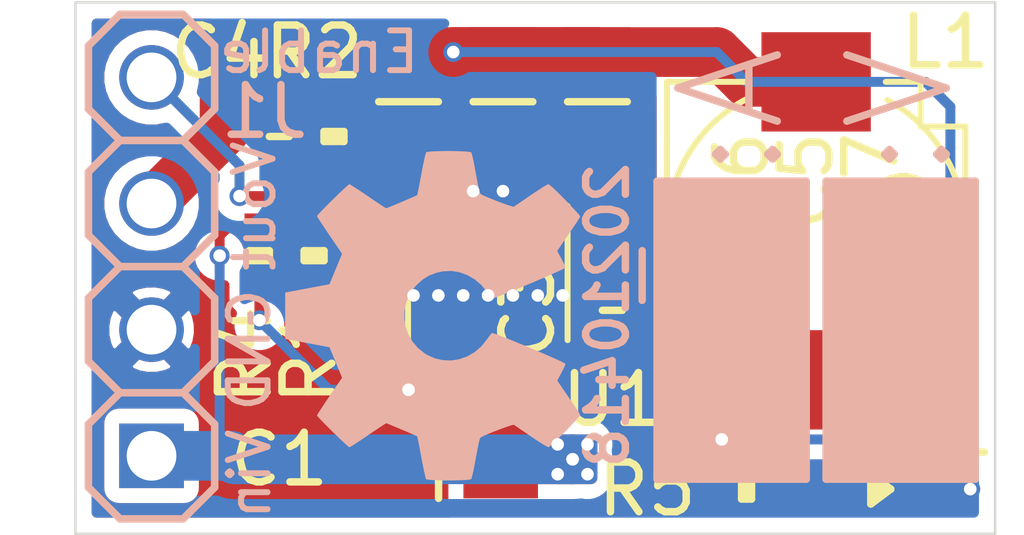
<source format=kicad_pcb>
(kicad_pcb (version 20171130) (host pcbnew 5.1.9-73d0e3b20d~88~ubuntu20.10.1)

  (general
    (thickness 1.6)
    (drawings 8)
    (tracks 95)
    (zones 0)
    (modules 19)
    (nets 10)
  )

  (page A4)
  (layers
    (0 F.Cu signal)
    (31 B.Cu signal)
    (32 B.Adhes user)
    (33 F.Adhes user)
    (34 B.Paste user)
    (35 F.Paste user)
    (36 B.SilkS user)
    (37 F.SilkS user)
    (38 B.Mask user)
    (39 F.Mask user)
    (40 Dwgs.User user)
    (41 Cmts.User user)
    (42 Eco1.User user)
    (43 Eco2.User user)
    (44 Edge.Cuts user)
    (45 Margin user)
    (46 B.CrtYd user)
    (47 F.CrtYd user)
    (48 B.Fab user)
    (49 F.Fab user)
  )

  (setup
    (last_trace_width 0.4)
    (user_trace_width 0.2)
    (user_trace_width 0.3)
    (user_trace_width 0.4)
    (user_trace_width 0.6)
    (user_trace_width 0.8)
    (user_trace_width 1)
    (user_trace_width 1.2)
    (user_trace_width 1.4)
    (user_trace_width 1.6)
    (user_trace_width 2)
    (trace_clearance 0.2)
    (zone_clearance 0.3)
    (zone_45_only no)
    (trace_min 0.1524)
    (via_size 0.8)
    (via_drill 0.4)
    (via_min_size 0.381)
    (via_min_drill 0.254)
    (user_via 0.4 0.254)
    (user_via 0.5 0.3)
    (user_via 0.6 0.4)
    (user_via 0.8 0.6)
    (user_via 1.1 0.8)
    (user_via 1.3 1)
    (user_via 1.5 1.2)
    (user_via 1.7 1.4)
    (user_via 1.9 1.6)
    (user_via 2.5 2)
    (uvia_size 0.3)
    (uvia_drill 0.1)
    (uvias_allowed no)
    (uvia_min_size 0.2)
    (uvia_min_drill 0.1)
    (edge_width 0.05)
    (segment_width 0.2)
    (pcb_text_width 0.3)
    (pcb_text_size 1.5 1.5)
    (mod_edge_width 0.12)
    (mod_text_size 0.8 0.8)
    (mod_text_width 0.12)
    (pad_size 0.6 0.6)
    (pad_drill 0)
    (pad_to_mask_clearance 0.0762)
    (solder_mask_min_width 0.1016)
    (pad_to_paste_clearance_ratio -0.1)
    (aux_axis_origin 0 0)
    (visible_elements FFFFFF7F)
    (pcbplotparams
      (layerselection 0x010fc_ffffffff)
      (usegerberextensions false)
      (usegerberattributes true)
      (usegerberadvancedattributes true)
      (creategerberjobfile true)
      (excludeedgelayer true)
      (linewidth 0.100000)
      (plotframeref false)
      (viasonmask false)
      (mode 1)
      (useauxorigin false)
      (hpglpennumber 1)
      (hpglpenspeed 20)
      (hpglpendiameter 15.000000)
      (psnegative false)
      (psa4output false)
      (plotreference true)
      (plotvalue true)
      (plotinvisibletext false)
      (padsonsilk false)
      (subtractmaskfromsilk false)
      (outputformat 1)
      (mirror false)
      (drillshape 1)
      (scaleselection 1)
      (outputdirectory ""))
  )

  (net 0 "")
  (net 1 /GND)
  (net 2 /Vin)
  (net 3 "Net-(C3-Pad2)")
  (net 4 "Net-(C3-Pad1)")
  (net 5 /FB)
  (net 6 /Vout)
  (net 7 /Enable)
  (net 8 "Net-(R1-Pad1)")
  (net 9 "Net-(D1-Pad2)")

  (net_class Default "This is the default net class."
    (clearance 0.2)
    (trace_width 0.25)
    (via_dia 0.8)
    (via_drill 0.4)
    (uvia_dia 0.3)
    (uvia_drill 0.1)
    (add_net /Enable)
    (add_net /FB)
    (add_net /GND)
    (add_net /Vin)
    (add_net /Vout)
    (add_net "Net-(C3-Pad1)")
    (add_net "Net-(C3-Pad2)")
    (add_net "Net-(D1-Pad2)")
    (add_net "Net-(R1-Pad1)")
  )

  (module SquantorLabels:Label_Note_medium (layer B.Cu) (tedit 59F8E1F5) (tstamp 607BE351)
    (at 150.1 75.4 90)
    (path /607C51F1)
    (fp_text reference N4 (at 0 3 90) (layer B.Fab) hide
      (effects (font (size 1 1) (thickness 0.15)) (justify mirror))
    )
    (fp_text value A: (at 7.4 0 90) (layer B.SilkS)
      (effects (font (size 2 2) (thickness 0.15)) (justify mirror))
    )
    (fp_line (start 4.6 -0.2) (end 1.4 -0.2) (layer B.SilkS) (width 0.5))
    (fp_line (start 4.6 0.1) (end 4.6 -0.2) (layer B.SilkS) (width 0.5))
    (fp_line (start 1 0.1) (end 4.6 0.1) (layer B.SilkS) (width 0.5))
    (fp_line (start 1 -0.5) (end 1 0.1) (layer B.SilkS) (width 0.5))
    (fp_line (start 5 -0.5) (end 1 -0.5) (layer B.SilkS) (width 0.5))
    (fp_line (start 5 0.5) (end 5 -0.5) (layer B.SilkS) (width 0.5))
    (fp_line (start 0.6 0.5) (end 5 0.5) (layer B.SilkS) (width 0.5))
    (fp_line (start 0.6 -0.9) (end 0.6 0.5) (layer B.SilkS) (width 0.5))
    (fp_line (start 5.4 -0.9) (end 0.6 -0.9) (layer B.SilkS) (width 0.5))
    (fp_line (start 5.4 0.9) (end 5.4 -0.9) (layer B.SilkS) (width 0.5))
    (fp_line (start 0.6 0.9) (end 5.4 0.9) (layer B.SilkS) (width 0.5))
    (fp_line (start 0.2 -1.3) (end 0.2 1.3) (layer B.SilkS) (width 0.5))
    (fp_line (start 5.8 -1.3) (end 0.2 -1.3) (layer B.SilkS) (width 0.5))
    (fp_line (start 5.8 1.3) (end 5.8 -1.3) (layer B.SilkS) (width 0.5))
    (fp_line (start 0.2 1.3) (end 5.8 1.3) (layer B.SilkS) (width 0.5))
    (fp_line (start 0 -1.5) (end 0 1.5) (layer B.SilkS) (width 0.15))
    (fp_line (start 6 -1.5) (end 0 -1.5) (layer B.SilkS) (width 0.15))
    (fp_line (start 6 1.5) (end 6 -1.5) (layer B.SilkS) (width 0.15))
    (fp_line (start 0 1.5) (end 6 1.5) (layer B.SilkS) (width 0.15))
  )

  (module SquantorRcl:C_0402 (layer F.Cu) (tedit 5D442507) (tstamp 6045031B)
    (at 147.7 72 90)
    (descr "Capacitor SMD 0402, reflow soldering, AVX (see smccp.pdf)")
    (tags "capacitor 0402")
    (path /6045BB0D)
    (attr smd)
    (fp_text reference C3 (at 0 -1.7 90) (layer F.SilkS)
      (effects (font (size 1 1) (thickness 0.15)))
    )
    (fp_text value 100n (at 0 1.7 90) (layer F.Fab)
      (effects (font (size 1 1) (thickness 0.15)))
    )
    (fp_line (start -0.5 0.25) (end -0.5 -0.25) (layer F.Fab) (width 0.1))
    (fp_line (start 0.5 0.25) (end -0.5 0.25) (layer F.Fab) (width 0.1))
    (fp_line (start 0.5 -0.25) (end 0.5 0.25) (layer F.Fab) (width 0.1))
    (fp_line (start -0.5 -0.25) (end 0.5 -0.25) (layer F.Fab) (width 0.1))
    (fp_line (start -1.1 -0.55) (end 1.1 -0.55) (layer F.CrtYd) (width 0.05))
    (fp_line (start -1.1 0.55) (end 1.1 0.55) (layer F.CrtYd) (width 0.05))
    (fp_line (start -1.1 -0.55) (end -1.1 0.55) (layer F.CrtYd) (width 0.05))
    (fp_line (start 1.1 -0.55) (end 1.1 0.55) (layer F.CrtYd) (width 0.05))
    (fp_line (start 0 -0.2) (end 0 0.2) (layer F.SilkS) (width 0.15))
    (pad 2 smd rect (at 0.55 0 90) (size 0.6 0.6) (layers F.Cu F.Paste F.Mask)
      (net 3 "Net-(C3-Pad2)"))
    (pad 1 smd rect (at -0.55 0 90) (size 0.6 0.6) (layers F.Cu F.Paste F.Mask)
      (net 4 "Net-(C3-Pad1)"))
    (model ${KISYS3DMOD}/Capacitor_SMD.3dshapes/C_0402_1005Metric.step
      (at (xyz 0 0 0))
      (scale (xyz 1 1 1))
      (rotate (xyz 0 0 0))
    )
  )

  (module SquantorLabels:Label_Note_medium (layer B.Cu) (tedit 59F8E1F5) (tstamp 607BE8FD)
    (at 153.5 69.4 270)
    (path /6050A750)
    (fp_text reference N3 (at 0 3 90) (layer B.Fab) hide
      (effects (font (size 1 1) (thickness 0.15)) (justify mirror))
    )
    (fp_text value V: (at -1.4 0 90) (layer B.SilkS)
      (effects (font (size 2 2) (thickness 0.15)) (justify mirror))
    )
    (fp_line (start 0 1.5) (end 6 1.5) (layer B.SilkS) (width 0.15))
    (fp_line (start 6 1.5) (end 6 -1.5) (layer B.SilkS) (width 0.15))
    (fp_line (start 6 -1.5) (end 0 -1.5) (layer B.SilkS) (width 0.15))
    (fp_line (start 0 -1.5) (end 0 1.5) (layer B.SilkS) (width 0.15))
    (fp_line (start 0.2 1.3) (end 5.8 1.3) (layer B.SilkS) (width 0.5))
    (fp_line (start 5.8 1.3) (end 5.8 -1.3) (layer B.SilkS) (width 0.5))
    (fp_line (start 5.8 -1.3) (end 0.2 -1.3) (layer B.SilkS) (width 0.5))
    (fp_line (start 0.2 -1.3) (end 0.2 1.3) (layer B.SilkS) (width 0.5))
    (fp_line (start 0.6 0.9) (end 5.4 0.9) (layer B.SilkS) (width 0.5))
    (fp_line (start 5.4 0.9) (end 5.4 -0.9) (layer B.SilkS) (width 0.5))
    (fp_line (start 5.4 -0.9) (end 0.6 -0.9) (layer B.SilkS) (width 0.5))
    (fp_line (start 0.6 -0.9) (end 0.6 0.5) (layer B.SilkS) (width 0.5))
    (fp_line (start 0.6 0.5) (end 5 0.5) (layer B.SilkS) (width 0.5))
    (fp_line (start 5 0.5) (end 5 -0.5) (layer B.SilkS) (width 0.5))
    (fp_line (start 5 -0.5) (end 1 -0.5) (layer B.SilkS) (width 0.5))
    (fp_line (start 1 -0.5) (end 1 0.1) (layer B.SilkS) (width 0.5))
    (fp_line (start 1 0.1) (end 4.6 0.1) (layer B.SilkS) (width 0.5))
    (fp_line (start 4.6 0.1) (end 4.6 -0.2) (layer B.SilkS) (width 0.5))
    (fp_line (start 4.6 -0.2) (end 1.4 -0.2) (layer B.SilkS) (width 0.5))
  )

  (module SquantorRcl:L_SLF6045 (layer F.Cu) (tedit 60467266) (tstamp 604577B6)
    (at 151.8 70.4 270)
    (descr "Inductor wirewound SLF6045 (TDK)")
    (tags "Inductor SLF6045")
    (path /604616BC)
    (fp_text reference L1 (at -3.8 -2.6 180) (layer F.SilkS)
      (effects (font (size 1 1) (thickness 0.15)))
    )
    (fp_text value TBD (at 0.1 -1.8 90) (layer F.SilkS)
      (effects (font (size 1 1) (thickness 0.15)))
    )
    (fp_line (start -2.1 -2.1) (end -2.1 -3) (layer F.SilkS) (width 0.12))
    (fp_line (start -3 -2.1) (end -2.1 -2.1) (layer F.SilkS) (width 0.12))
    (fp_line (start -3 -2.1) (end -3 -1.4) (layer F.SilkS) (width 0.12))
    (fp_line (start -3 -1.4) (end -3 1.4) (layer F.Fab) (width 0.12))
    (fp_line (start 3 -3) (end 3 -1.4) (layer F.SilkS) (width 0.12))
    (fp_line (start 3 -1.4) (end 3 1.4) (layer F.Fab) (width 0.12))
    (fp_line (start 3 -3) (end -2.1 -3) (layer F.SilkS) (width 0.12))
    (fp_line (start 3 3) (end 3 1.4) (layer F.SilkS) (width 0.12))
    (fp_line (start -3 3) (end 3 3) (layer F.SilkS) (width 0.12))
    (fp_line (start -3 1.4) (end -3 3) (layer F.SilkS) (width 0.12))
    (fp_line (start -4.4 -1.5) (end -3.4 -1.5) (layer F.Fab) (width 0.05))
    (fp_line (start -3.4 -1.5) (end -3.4 -3.4) (layer F.Fab) (width 0.05))
    (fp_line (start -3.4 -3.4) (end 3.4 -3.4) (layer F.Fab) (width 0.05))
    (fp_line (start 3.4 -3.4) (end 3.4 -1.5) (layer F.Fab) (width 0.05))
    (fp_line (start 3.4 -1.5) (end 4.4 -1.5) (layer F.Fab) (width 0.05))
    (fp_line (start 4.4 -1.5) (end 4.4 1.5) (layer F.Fab) (width 0.05))
    (fp_line (start 4.4 1.5) (end 3.4 1.5) (layer F.Fab) (width 0.05))
    (fp_line (start 3.4 1.5) (end 3.4 3.4) (layer F.Fab) (width 0.05))
    (fp_line (start 3.4 3.4) (end -3.4 3.4) (layer F.Fab) (width 0.05))
    (fp_line (start -3.4 3.4) (end -3.4 1.5) (layer F.Fab) (width 0.05))
    (fp_line (start -3.4 1.5) (end -4.4 1.5) (layer F.Fab) (width 0.05))
    (fp_line (start -4.4 1.5) (end -4.4 -1.5) (layer F.Fab) (width 0.05))
    (fp_arc (start 0 0) (end 0 -3) (angle -61.55707138) (layer F.SilkS) (width 0.12))
    (fp_arc (start 0 0) (end 0 3) (angle -61.69924423) (layer F.SilkS) (width 0.12))
    (fp_arc (start 0 0) (end 0 3) (angle 61.7) (layer F.SilkS) (width 0.12))
    (fp_arc (start 0 0) (end 0 -3) (angle 61.7) (layer F.SilkS) (width 0.12))
    (pad 1 smd rect (at -3 0 270) (size 2 2.2) (layers F.Cu F.Paste F.Mask)
      (net 6 /Vout))
    (pad 2 smd rect (at 3 0 270) (size 2 2.2) (layers F.Cu F.Paste F.Mask)
      (net 4 "Net-(C3-Pad1)"))
    (model ${KISYS3DMOD}/Inductor_SMD.3dshapes/L_TDK_SLF6045.step
      (at (xyz 0 0 0))
      (scale (xyz 1 1 1))
      (rotate (xyz 0 0 0))
    )
  )

  (module SquantorRcl:R_0402_hand (layer F.Cu) (tedit 5D440136) (tstamp 60467B61)
    (at 150.4 75.6 180)
    (descr "Resistor SMD 0402, reflow soldering, Vishay (see dcrcw.pdf)")
    (tags "resistor 0402")
    (path /6048D6B9)
    (attr smd)
    (fp_text reference R5 (at 2 0) (layer F.SilkS)
      (effects (font (size 1 1) (thickness 0.15)))
    )
    (fp_text value 4.7K (at 1.9 0) (layer F.Fab)
      (effects (font (size 1 1) (thickness 0.15)))
    )
    (fp_line (start -0.5 0.25) (end -0.5 -0.25) (layer F.Fab) (width 0.1))
    (fp_line (start 0.5 0.25) (end -0.5 0.25) (layer F.Fab) (width 0.1))
    (fp_line (start 0.5 -0.25) (end 0.5 0.25) (layer F.Fab) (width 0.1))
    (fp_line (start -0.5 -0.25) (end 0.5 -0.25) (layer F.Fab) (width 0.1))
    (fp_line (start -1.1 -0.55) (end 1.1 -0.55) (layer F.CrtYd) (width 0.05))
    (fp_line (start -1.1 0.55) (end 1.1 0.55) (layer F.CrtYd) (width 0.05))
    (fp_line (start -1.1 -0.55) (end -1.1 0.55) (layer F.CrtYd) (width 0.05))
    (fp_line (start 1.1 -0.55) (end 1.1 0.55) (layer F.CrtYd) (width 0.05))
    (fp_line (start -0.1 -0.2) (end 0.1 -0.2) (layer F.SilkS) (width 0.15))
    (fp_line (start 0.1 -0.2) (end 0.1 0.2) (layer F.SilkS) (width 0.15))
    (fp_line (start 0.1 0.2) (end -0.1 0.2) (layer F.SilkS) (width 0.15))
    (fp_line (start -0.1 0.2) (end -0.1 -0.2) (layer F.SilkS) (width 0.15))
    (fp_line (start 0 -0.2) (end 0 0.2) (layer F.SilkS) (width 0.15))
    (pad 2 smd rect (at 0.55 0 180) (size 0.6 0.6) (layers F.Cu F.Paste F.Mask)
      (net 6 /Vout))
    (pad 1 smd rect (at -0.55 0 180) (size 0.6 0.6) (layers F.Cu F.Paste F.Mask)
      (net 9 "Net-(D1-Pad2)"))
    (model ${KISYS3DMOD}/Resistor_SMD.3dshapes/R_0402_1005Metric.step
      (at (xyz 0 0 0))
      (scale (xyz 1 1 1))
      (rotate (xyz 0 0 0))
    )
  )

  (module SquantorDiodes:LED_0603_hand (layer F.Cu) (tedit 5D43FE44) (tstamp 60467A26)
    (at 153.1 75.6 180)
    (descr "LED SMD 0603, reflow soldering, general purpose")
    (tags "LED 0603")
    (path /6048E70B)
    (attr smd)
    (fp_text reference D1 (at -1.3 1.2) (layer F.SilkS)
      (effects (font (size 1 1) (thickness 0.15)))
    )
    (fp_text value LED (at -1.4 1.2) (layer F.Fab)
      (effects (font (size 1 1) (thickness 0.15)))
    )
    (fp_line (start -0.8 0.4) (end -0.8 -0.4) (layer F.Fab) (width 0.1))
    (fp_line (start 0.8 0.4) (end -0.8 0.4) (layer F.Fab) (width 0.1))
    (fp_line (start 0.8 -0.4) (end 0.8 0.4) (layer F.Fab) (width 0.1))
    (fp_line (start -0.8 -0.4) (end 0.8 -0.4) (layer F.Fab) (width 0.1))
    (fp_line (start -1.5 -0.7) (end 1.5 -0.7) (layer F.CrtYd) (width 0.05))
    (fp_line (start -1.5 0.7) (end 1.5 0.7) (layer F.CrtYd) (width 0.05))
    (fp_line (start -1.5 -0.7) (end -1.5 0.7) (layer F.CrtYd) (width 0.05))
    (fp_line (start 1.5 -0.7) (end 1.5 0.7) (layer F.CrtYd) (width 0.05))
    (fp_line (start 0.2 -0.3) (end -0.2 0) (layer F.SilkS) (width 0.15))
    (fp_line (start -0.2 0) (end 0.2 0.3) (layer F.SilkS) (width 0.15))
    (fp_line (start 0.2 0.3) (end 0.2 -0.3) (layer F.SilkS) (width 0.15))
    (fp_line (start -0.2 0) (end 0.2 0) (layer F.SilkS) (width 0.15))
    (fp_line (start 0.1 -0.2) (end 0.1 0.2) (layer F.SilkS) (width 0.15))
    (pad 2 smd rect (at 0.85 0 180) (size 0.7 0.9) (layers F.Cu F.Paste F.Mask)
      (net 9 "Net-(D1-Pad2)"))
    (pad 1 smd rect (at -0.85 0 180) (size 0.7 0.9) (layers F.Cu F.Paste F.Mask)
      (net 1 /GND))
    (model ${KISYS3DMOD}/LED_SMD.3dshapes/LED_0603_1608Metric.step
      (at (xyz 0 0 0))
      (scale (xyz 1 1 1))
      (rotate (xyz 0 0 0))
    )
  )

  (module SquantorRcl:R_0402_hand (layer F.Cu) (tedit 5D440136) (tstamp 60466F4F)
    (at 140.6 70.9 90)
    (descr "Resistor SMD 0402, reflow soldering, Vishay (see dcrcw.pdf)")
    (tags "resistor 0402")
    (path /60469A4C)
    (attr smd)
    (fp_text reference R4 (at -2 -0.3 90) (layer F.SilkS)
      (effects (font (size 1 1) (thickness 0.15)))
    )
    (fp_text value 100k (at -2.1 -0.3 90) (layer F.Fab)
      (effects (font (size 1 1) (thickness 0.15)))
    )
    (fp_line (start -0.5 0.25) (end -0.5 -0.25) (layer F.Fab) (width 0.1))
    (fp_line (start 0.5 0.25) (end -0.5 0.25) (layer F.Fab) (width 0.1))
    (fp_line (start 0.5 -0.25) (end 0.5 0.25) (layer F.Fab) (width 0.1))
    (fp_line (start -0.5 -0.25) (end 0.5 -0.25) (layer F.Fab) (width 0.1))
    (fp_line (start -1.1 -0.55) (end 1.1 -0.55) (layer F.CrtYd) (width 0.05))
    (fp_line (start -1.1 0.55) (end 1.1 0.55) (layer F.CrtYd) (width 0.05))
    (fp_line (start -1.1 -0.55) (end -1.1 0.55) (layer F.CrtYd) (width 0.05))
    (fp_line (start 1.1 -0.55) (end 1.1 0.55) (layer F.CrtYd) (width 0.05))
    (fp_line (start -0.1 -0.2) (end 0.1 -0.2) (layer F.SilkS) (width 0.15))
    (fp_line (start 0.1 -0.2) (end 0.1 0.2) (layer F.SilkS) (width 0.15))
    (fp_line (start 0.1 0.2) (end -0.1 0.2) (layer F.SilkS) (width 0.15))
    (fp_line (start -0.1 0.2) (end -0.1 -0.2) (layer F.SilkS) (width 0.15))
    (fp_line (start 0 -0.2) (end 0 0.2) (layer F.SilkS) (width 0.15))
    (pad 2 smd rect (at 0.55 0 90) (size 0.6 0.6) (layers F.Cu F.Paste F.Mask)
      (net 2 /Vin))
    (pad 1 smd rect (at -0.55 0 90) (size 0.6 0.6) (layers F.Cu F.Paste F.Mask)
      (net 8 "Net-(R1-Pad1)"))
    (model ${KISYS3DMOD}/Resistor_SMD.3dshapes/R_0402_1005Metric.step
      (at (xyz 0 0 0))
      (scale (xyz 1 1 1))
      (rotate (xyz 0 0 0))
    )
  )

  (module SquantorRcl:C_0805 (layer F.Cu) (tedit 604551FF) (tstamp 6045816E)
    (at 147.4 67.8 270)
    (descr "Capacitor SMD 0805, reflow soldering, AVX (see smccp.pdf)")
    (tags "capacitor 0805")
    (path /604A0539)
    (attr smd)
    (fp_text reference C7 (at 1.6 -5.5 90) (layer F.SilkS)
      (effects (font (size 1 1) (thickness 0.15)))
    )
    (fp_text value 10u (at 7.1 -2.4 90) (layer F.Fab)
      (effects (font (size 1 1) (thickness 0.15)))
    )
    (fp_line (start 0 -0.6) (end 0 0.6) (layer F.SilkS) (width 0.15))
    (fp_line (start 1.75 -0.95) (end 1.75 0.95) (layer F.CrtYd) (width 0.05))
    (fp_line (start -1.75 -0.95) (end -1.75 0.95) (layer F.CrtYd) (width 0.05))
    (fp_line (start -1.75 0.95) (end 1.75 0.95) (layer F.CrtYd) (width 0.05))
    (fp_line (start -1.75 -0.95) (end 1.75 -0.95) (layer F.CrtYd) (width 0.05))
    (fp_line (start -0.9 -0.625) (end 0.9 -0.625) (layer F.Fab) (width 0.1))
    (fp_line (start 0.9 -0.625) (end 0.9 0.625) (layer F.Fab) (width 0.1))
    (fp_line (start 0.9 0.625) (end -0.9 0.625) (layer F.Fab) (width 0.1))
    (fp_line (start -0.9 0.625) (end -0.9 -0.625) (layer F.Fab) (width 0.1))
    (pad 2 smd rect (at 1 0 270) (size 1 1.35) (layers F.Cu F.Paste F.Mask)
      (net 1 /GND) (zone_connect 2))
    (pad 1 smd rect (at -1 0 270) (size 1 1.35) (layers F.Cu F.Paste F.Mask)
      (net 6 /Vout))
    (model ${KISYS3DMOD}/Capacitor_SMD.3dshapes/C_0805_2012Metric.step
      (at (xyz 0 0 0))
      (scale (xyz 1 1 1))
      (rotate (xyz 0 0 0))
    )
  )

  (module SquantorRcl:C_0805 (layer F.Cu) (tedit 6045520E) (tstamp 60457C10)
    (at 143.6 67.8 270)
    (descr "Capacitor SMD 0805, reflow soldering, AVX (see smccp.pdf)")
    (tags "capacitor 0805")
    (path /60479F08)
    (attr smd)
    (fp_text reference C6 (at 1.6 -6.7 270) (layer F.SilkS)
      (effects (font (size 1 1) (thickness 0.15)))
    )
    (fp_text value 10u (at 7.1 -3.6 90) (layer F.Fab)
      (effects (font (size 1 1) (thickness 0.15)))
    )
    (fp_line (start 0 -0.6) (end 0 0.6) (layer F.SilkS) (width 0.15))
    (fp_line (start 1.75 -0.95) (end 1.75 0.95) (layer F.CrtYd) (width 0.05))
    (fp_line (start -1.75 -0.95) (end -1.75 0.95) (layer F.CrtYd) (width 0.05))
    (fp_line (start -1.75 0.95) (end 1.75 0.95) (layer F.CrtYd) (width 0.05))
    (fp_line (start -1.75 -0.95) (end 1.75 -0.95) (layer F.CrtYd) (width 0.05))
    (fp_line (start -0.9 -0.625) (end 0.9 -0.625) (layer F.Fab) (width 0.1))
    (fp_line (start 0.9 -0.625) (end 0.9 0.625) (layer F.Fab) (width 0.1))
    (fp_line (start 0.9 0.625) (end -0.9 0.625) (layer F.Fab) (width 0.1))
    (fp_line (start -0.9 0.625) (end -0.9 -0.625) (layer F.Fab) (width 0.1))
    (pad 2 smd rect (at 1 0 270) (size 1 1.35) (layers F.Cu F.Paste F.Mask)
      (net 1 /GND) (zone_connect 2))
    (pad 1 smd rect (at -1 0 270) (size 1 1.35) (layers F.Cu F.Paste F.Mask)
      (net 6 /Vout))
    (model ${KISYS3DMOD}/Capacitor_SMD.3dshapes/C_0805_2012Metric.step
      (at (xyz 0 0 0))
      (scale (xyz 1 1 1))
      (rotate (xyz 0 0 0))
    )
  )

  (module SquantorRcl:C_0805 (layer F.Cu) (tedit 60455208) (tstamp 60457C3A)
    (at 145.5 67.8 270)
    (descr "Capacitor SMD 0805, reflow soldering, AVX (see smccp.pdf)")
    (tags "capacitor 0805")
    (path /60479F12)
    (attr smd)
    (fp_text reference C5 (at 1.6 -6.1 270) (layer F.SilkS)
      (effects (font (size 1 1) (thickness 0.15)))
    )
    (fp_text value 10u (at 7.1 -3 90) (layer F.Fab)
      (effects (font (size 1 1) (thickness 0.15)))
    )
    (fp_line (start 0 -0.6) (end 0 0.6) (layer F.SilkS) (width 0.15))
    (fp_line (start 1.75 -0.95) (end 1.75 0.95) (layer F.CrtYd) (width 0.05))
    (fp_line (start -1.75 -0.95) (end -1.75 0.95) (layer F.CrtYd) (width 0.05))
    (fp_line (start -1.75 0.95) (end 1.75 0.95) (layer F.CrtYd) (width 0.05))
    (fp_line (start -1.75 -0.95) (end 1.75 -0.95) (layer F.CrtYd) (width 0.05))
    (fp_line (start -0.9 -0.625) (end 0.9 -0.625) (layer F.Fab) (width 0.1))
    (fp_line (start 0.9 -0.625) (end 0.9 0.625) (layer F.Fab) (width 0.1))
    (fp_line (start 0.9 0.625) (end -0.9 0.625) (layer F.Fab) (width 0.1))
    (fp_line (start -0.9 0.625) (end -0.9 -0.625) (layer F.Fab) (width 0.1))
    (pad 2 smd rect (at 1 0 270) (size 1 1.35) (layers F.Cu F.Paste F.Mask)
      (net 1 /GND) (zone_connect 2))
    (pad 1 smd rect (at -1 0 270) (size 1 1.35) (layers F.Cu F.Paste F.Mask)
      (net 6 /Vout))
    (model ${KISYS3DMOD}/Capacitor_SMD.3dshapes/C_0805_2012Metric.step
      (at (xyz 0 0 0))
      (scale (xyz 1 1 1))
      (rotate (xyz 0 0 0))
    )
  )

  (module SquantorRcl:R_0402_hand (layer F.Cu) (tedit 604669FF) (tstamp 60466739)
    (at 142.8 70.9 270)
    (descr "Resistor SMD 0402, reflow soldering, Vishay (see dcrcw.pdf)")
    (tags "resistor 0402")
    (path /60468BED)
    (attr smd)
    (fp_text reference R3 (at 2 -0.1 270) (layer F.SilkS)
      (effects (font (size 1 1) (thickness 0.15)))
    )
    (fp_text value TBD (at 1.9 -0.1 270) (layer F.Fab)
      (effects (font (size 1 1) (thickness 0.15)))
    )
    (fp_line (start 0 -0.2) (end 0 0.2) (layer F.SilkS) (width 0.15))
    (fp_line (start -0.1 0.2) (end -0.1 -0.2) (layer F.SilkS) (width 0.15))
    (fp_line (start 0.1 0.2) (end -0.1 0.2) (layer F.SilkS) (width 0.15))
    (fp_line (start 0.1 -0.2) (end 0.1 0.2) (layer F.SilkS) (width 0.15))
    (fp_line (start -0.1 -0.2) (end 0.1 -0.2) (layer F.SilkS) (width 0.15))
    (fp_line (start 1.1 -0.55) (end 1.1 0.55) (layer F.CrtYd) (width 0.05))
    (fp_line (start -1.1 -0.55) (end -1.1 0.55) (layer F.CrtYd) (width 0.05))
    (fp_line (start -1.1 0.55) (end 1.1 0.55) (layer F.CrtYd) (width 0.05))
    (fp_line (start -1.1 -0.55) (end 1.1 -0.55) (layer F.CrtYd) (width 0.05))
    (fp_line (start -0.5 -0.25) (end 0.5 -0.25) (layer F.Fab) (width 0.1))
    (fp_line (start 0.5 -0.25) (end 0.5 0.25) (layer F.Fab) (width 0.1))
    (fp_line (start 0.5 0.25) (end -0.5 0.25) (layer F.Fab) (width 0.1))
    (fp_line (start -0.5 0.25) (end -0.5 -0.25) (layer F.Fab) (width 0.1))
    (pad 2 smd rect (at 0.55 0 270) (size 0.6 0.6) (layers F.Cu F.Paste F.Mask)
      (net 1 /GND) (zone_connect 2))
    (pad 1 smd rect (at -0.55 0 270) (size 0.6 0.6) (layers F.Cu F.Paste F.Mask)
      (net 5 /FB))
    (model ${KISYS3DMOD}/Resistor_SMD.3dshapes/R_0402_1005Metric.step
      (at (xyz 0 0 0))
      (scale (xyz 1 1 1))
      (rotate (xyz 0 0 0))
    )
  )

  (module SquantorRcl:R_0402_hand (layer F.Cu) (tedit 5D440136) (tstamp 604503D9)
    (at 142.1 68.5 270)
    (descr "Resistor SMD 0402, reflow soldering, Vishay (see dcrcw.pdf)")
    (tags "resistor 0402")
    (path /60468835)
    (attr smd)
    (fp_text reference R2 (at -1.7 0.4 180) (layer F.SilkS)
      (effects (font (size 1 1) (thickness 0.15)))
    )
    (fp_text value 100K (at -1.7 0.3 180) (layer F.Fab)
      (effects (font (size 1 1) (thickness 0.15)))
    )
    (fp_line (start 0 -0.2) (end 0 0.2) (layer F.SilkS) (width 0.15))
    (fp_line (start -0.1 0.2) (end -0.1 -0.2) (layer F.SilkS) (width 0.15))
    (fp_line (start 0.1 0.2) (end -0.1 0.2) (layer F.SilkS) (width 0.15))
    (fp_line (start 0.1 -0.2) (end 0.1 0.2) (layer F.SilkS) (width 0.15))
    (fp_line (start -0.1 -0.2) (end 0.1 -0.2) (layer F.SilkS) (width 0.15))
    (fp_line (start 1.1 -0.55) (end 1.1 0.55) (layer F.CrtYd) (width 0.05))
    (fp_line (start -1.1 -0.55) (end -1.1 0.55) (layer F.CrtYd) (width 0.05))
    (fp_line (start -1.1 0.55) (end 1.1 0.55) (layer F.CrtYd) (width 0.05))
    (fp_line (start -1.1 -0.55) (end 1.1 -0.55) (layer F.CrtYd) (width 0.05))
    (fp_line (start -0.5 -0.25) (end 0.5 -0.25) (layer F.Fab) (width 0.1))
    (fp_line (start 0.5 -0.25) (end 0.5 0.25) (layer F.Fab) (width 0.1))
    (fp_line (start 0.5 0.25) (end -0.5 0.25) (layer F.Fab) (width 0.1))
    (fp_line (start -0.5 0.25) (end -0.5 -0.25) (layer F.Fab) (width 0.1))
    (pad 2 smd rect (at 0.55 0 270) (size 0.6 0.6) (layers F.Cu F.Paste F.Mask)
      (net 5 /FB))
    (pad 1 smd rect (at -0.55 0 270) (size 0.6 0.6) (layers F.Cu F.Paste F.Mask)
      (net 6 /Vout))
    (model ${KISYS3DMOD}/Resistor_SMD.3dshapes/R_0402_1005Metric.step
      (at (xyz 0 0 0))
      (scale (xyz 1 1 1))
      (rotate (xyz 0 0 0))
    )
  )

  (module SquantorRcl:R_0402_hand (layer F.Cu) (tedit 5D440136) (tstamp 604503C3)
    (at 141.7 70.9 90)
    (descr "Resistor SMD 0402, reflow soldering, Vishay (see dcrcw.pdf)")
    (tags "resistor 0402")
    (path /6045FBF2)
    (attr smd)
    (fp_text reference R1 (at -2 -0.1 270) (layer F.SilkS)
      (effects (font (size 1 1) (thickness 0.15)))
    )
    (fp_text value 100 (at -1.9 -0.1 270) (layer F.Fab)
      (effects (font (size 1 1) (thickness 0.15)))
    )
    (fp_line (start 0 -0.2) (end 0 0.2) (layer F.SilkS) (width 0.15))
    (fp_line (start -0.1 0.2) (end -0.1 -0.2) (layer F.SilkS) (width 0.15))
    (fp_line (start 0.1 0.2) (end -0.1 0.2) (layer F.SilkS) (width 0.15))
    (fp_line (start 0.1 -0.2) (end 0.1 0.2) (layer F.SilkS) (width 0.15))
    (fp_line (start -0.1 -0.2) (end 0.1 -0.2) (layer F.SilkS) (width 0.15))
    (fp_line (start 1.1 -0.55) (end 1.1 0.55) (layer F.CrtYd) (width 0.05))
    (fp_line (start -1.1 -0.55) (end -1.1 0.55) (layer F.CrtYd) (width 0.05))
    (fp_line (start -1.1 0.55) (end 1.1 0.55) (layer F.CrtYd) (width 0.05))
    (fp_line (start -1.1 -0.55) (end 1.1 -0.55) (layer F.CrtYd) (width 0.05))
    (fp_line (start -0.5 -0.25) (end 0.5 -0.25) (layer F.Fab) (width 0.1))
    (fp_line (start 0.5 -0.25) (end 0.5 0.25) (layer F.Fab) (width 0.1))
    (fp_line (start 0.5 0.25) (end -0.5 0.25) (layer F.Fab) (width 0.1))
    (fp_line (start -0.5 0.25) (end -0.5 -0.25) (layer F.Fab) (width 0.1))
    (pad 2 smd rect (at 0.55 0 90) (size 0.6 0.6) (layers F.Cu F.Paste F.Mask)
      (net 7 /Enable))
    (pad 1 smd rect (at -0.55 0 90) (size 0.6 0.6) (layers F.Cu F.Paste F.Mask)
      (net 8 "Net-(R1-Pad1)"))
    (model ${KISYS3DMOD}/Resistor_SMD.3dshapes/R_0402_1005Metric.step
      (at (xyz 0 0 0))
      (scale (xyz 1 1 1))
      (rotate (xyz 0 0 0))
    )
  )

  (module SquantorRcl:C_0402 (layer F.Cu) (tedit 5D442507) (tstamp 6045032A)
    (at 141 68.5 270)
    (descr "Capacitor SMD 0402, reflow soldering, AVX (see smccp.pdf)")
    (tags "capacitor 0402")
    (path /60469422)
    (attr smd)
    (fp_text reference C4 (at -1.7 1.2 180) (layer F.SilkS)
      (effects (font (size 1 1) (thickness 0.15)))
    )
    (fp_text value 22p (at -1.8 1.2 180) (layer F.Fab)
      (effects (font (size 1 1) (thickness 0.15)))
    )
    (fp_line (start 0 -0.2) (end 0 0.2) (layer F.SilkS) (width 0.15))
    (fp_line (start 1.1 -0.55) (end 1.1 0.55) (layer F.CrtYd) (width 0.05))
    (fp_line (start -1.1 -0.55) (end -1.1 0.55) (layer F.CrtYd) (width 0.05))
    (fp_line (start -1.1 0.55) (end 1.1 0.55) (layer F.CrtYd) (width 0.05))
    (fp_line (start -1.1 -0.55) (end 1.1 -0.55) (layer F.CrtYd) (width 0.05))
    (fp_line (start -0.5 -0.25) (end 0.5 -0.25) (layer F.Fab) (width 0.1))
    (fp_line (start 0.5 -0.25) (end 0.5 0.25) (layer F.Fab) (width 0.1))
    (fp_line (start 0.5 0.25) (end -0.5 0.25) (layer F.Fab) (width 0.1))
    (fp_line (start -0.5 0.25) (end -0.5 -0.25) (layer F.Fab) (width 0.1))
    (pad 2 smd rect (at 0.55 0 270) (size 0.6 0.6) (layers F.Cu F.Paste F.Mask)
      (net 5 /FB))
    (pad 1 smd rect (at -0.55 0 270) (size 0.6 0.6) (layers F.Cu F.Paste F.Mask)
      (net 6 /Vout))
    (model ${KISYS3DMOD}/Capacitor_SMD.3dshapes/C_0402_1005Metric.step
      (at (xyz 0 0 0))
      (scale (xyz 1 1 1))
      (rotate (xyz 0 0 0))
    )
  )

  (module SquantorRcl:C_1206_0805 (layer F.Cu) (tedit 60453D1A) (tstamp 604502FD)
    (at 144.204 74.986 180)
    (descr "Capacitor SMD 1206 and 0805")
    (tags "capacitor 1206&0805 dual footprint")
    (path /604753B1)
    (attr smd)
    (fp_text reference C1 (at 3.204 -0.014) (layer F.SilkS)
      (effects (font (size 1 1) (thickness 0.15)))
    )
    (fp_text value 10u (at 3.504 -0.014) (layer F.Fab)
      (effects (font (size 1 1) (thickness 0.15)))
    )
    (fp_line (start -1.6 0.8) (end -1.6 -0.8) (layer F.Fab) (width 0.15))
    (fp_line (start 1.6 0.8) (end -1.6 0.8) (layer F.Fab) (width 0.15))
    (fp_line (start 1.6 -0.8) (end 1.6 0.8) (layer F.Fab) (width 0.15))
    (fp_line (start -1.6 -0.8) (end 1.6 -0.8) (layer F.Fab) (width 0.15))
    (fp_line (start -2.3 -1.15) (end 2.3 -1.15) (layer F.CrtYd) (width 0.05))
    (fp_line (start -2.3 1.15) (end 2.3 1.15) (layer F.CrtYd) (width 0.05))
    (fp_line (start -2.3 -1.15) (end -2.3 1.15) (layer F.CrtYd) (width 0.05))
    (fp_line (start 2.3 -1.15) (end 2.3 1.15) (layer F.CrtYd) (width 0.05))
    (fp_line (start 0 -0.8) (end 0 0.8) (layer F.SilkS) (width 0.15))
    (pad 2 smd rect (at 1.25 0 180) (size 1.5 1.6) (layers F.Cu F.Paste F.Mask)
      (net 1 /GND) (zone_connect 2))
    (pad 1 smd rect (at -1.25 0 180) (size 1.5 1.6) (layers F.Cu F.Paste F.Mask)
      (net 2 /Vin))
    (model ${KISYS3DMOD}/Capacitor_SMD.3dshapes/C_1206_3216Metric.step
      (at (xyz 0 0 0))
      (scale (xyz 1 1 1))
      (rotate (xyz 0 0 0))
    )
  )

  (module SquantorIC:SOT23-6-HAND (layer F.Cu) (tedit 60453D22) (tstamp 60450405)
    (at 145.2 71.7 270)
    (descr "6-pin SOT-23 package")
    (tags SOT-23-6)
    (path /6045A670)
    (attr smd)
    (fp_text reference U1 (at 2.1 -2.5 180) (layer F.SilkS)
      (effects (font (size 1 1) (thickness 0.15)))
    )
    (fp_text value SY8291 (at 2.1 -2.5 180) (layer F.Fab)
      (effects (font (size 1 1) (thickness 0.15)))
    )
    (fp_line (start -0.9 1.61) (end 0.9 1.61) (layer F.SilkS) (width 0.12))
    (fp_line (start 0.9 -1.6) (end -1.8 -1.6) (layer F.SilkS) (width 0.12))
    (fp_line (start 2.1 -1.8) (end -2.1 -1.8) (layer F.CrtYd) (width 0.05))
    (fp_line (start 2.1 1.8) (end 2.1 -1.8) (layer F.CrtYd) (width 0.05))
    (fp_line (start -2.1 1.8) (end 2.1 1.8) (layer F.CrtYd) (width 0.05))
    (fp_line (start -2.1 -1.8) (end -2.1 1.8) (layer F.CrtYd) (width 0.05))
    (fp_line (start -0.9 -0.9) (end -0.25 -1.55) (layer F.Fab) (width 0.1))
    (fp_line (start 0.9 -1.55) (end -0.25 -1.55) (layer F.Fab) (width 0.1))
    (fp_line (start -0.9 -0.9) (end -0.9 1.55) (layer F.Fab) (width 0.1))
    (fp_line (start 0.9 1.55) (end -0.9 1.55) (layer F.Fab) (width 0.1))
    (fp_line (start 0.9 -1.55) (end 0.9 1.55) (layer F.Fab) (width 0.1))
    (fp_text user %R (at 0 0) (layer F.Fab)
      (effects (font (size 0.5 0.5) (thickness 0.075)))
    )
    (pad 5 smd rect (at 1.2 0 270) (size 1.2 0.65) (layers F.Cu F.Paste F.Mask)
      (net 2 /Vin))
    (pad 6 smd rect (at 1.2 -0.95 270) (size 1.2 0.65) (layers F.Cu F.Paste F.Mask)
      (net 4 "Net-(C3-Pad1)"))
    (pad 4 smd rect (at 1.2 0.95 270) (size 1.2 0.65) (layers F.Cu F.Paste F.Mask)
      (net 8 "Net-(R1-Pad1)"))
    (pad 3 smd rect (at -1.2 0.95 270) (size 1.2 0.65) (layers F.Cu F.Paste F.Mask)
      (net 5 /FB))
    (pad 2 smd rect (at -1.2 0 270) (size 1.2 0.65) (layers F.Cu F.Paste F.Mask)
      (net 1 /GND) (zone_connect 2))
    (pad 1 smd rect (at -1.2 -0.95 270) (size 1.2 0.65) (layers F.Cu F.Paste F.Mask)
      (net 3 "Net-(C3-Pad2)"))
    (model ${KISYS3DMOD}/Package_TO_SOT_SMD.3dshapes/SOT-23-6.wrl
      (at (xyz 0 0 0))
      (scale (xyz 1 1 1))
      (rotate (xyz 0 0 0))
    )
  )

  (module SquantorConnectors:Header-0254-1X04-H010 (layer B.Cu) (tedit 5BE2004D) (tstamp 6045037C)
    (at 138.43 71.12 90)
    (descr "PIN HEADER")
    (tags "PIN HEADER")
    (path /6044F509)
    (attr virtual)
    (fp_text reference J1 (at 3.12 2.27) (layer B.SilkS)
      (effects (font (size 1 1) (thickness 0.15)) (justify mirror))
    )
    (fp_text value Conn_01x04 (at 0 -2.2 270) (layer B.Fab)
      (effects (font (size 1 1) (thickness 0.15)) (justify mirror))
    )
    (fp_line (start 0 0.635) (end 0.635 1.27) (layer B.SilkS) (width 0.1524))
    (fp_line (start 0.635 1.27) (end 1.905 1.27) (layer B.SilkS) (width 0.1524))
    (fp_line (start 1.905 1.27) (end 2.54 0.635) (layer B.SilkS) (width 0.1524))
    (fp_line (start 2.54 0.635) (end 2.54 -0.635) (layer B.SilkS) (width 0.1524))
    (fp_line (start 2.54 -0.635) (end 1.905 -1.27) (layer B.SilkS) (width 0.1524))
    (fp_line (start 1.905 -1.27) (end 0.635 -1.27) (layer B.SilkS) (width 0.1524))
    (fp_line (start 0.635 -1.27) (end 0 -0.635) (layer B.SilkS) (width 0.1524))
    (fp_line (start -4.445 1.27) (end -3.175 1.27) (layer B.SilkS) (width 0.1524))
    (fp_line (start -3.175 1.27) (end -2.54 0.635) (layer B.SilkS) (width 0.1524))
    (fp_line (start -2.54 0.635) (end -2.54 -0.635) (layer B.SilkS) (width 0.1524))
    (fp_line (start -2.54 -0.635) (end -3.175 -1.27) (layer B.SilkS) (width 0.1524))
    (fp_line (start -2.54 0.635) (end -1.905 1.27) (layer B.SilkS) (width 0.1524))
    (fp_line (start -1.905 1.27) (end -0.635 1.27) (layer B.SilkS) (width 0.1524))
    (fp_line (start -0.635 1.27) (end 0 0.635) (layer B.SilkS) (width 0.1524))
    (fp_line (start 0 0.635) (end 0 -0.635) (layer B.SilkS) (width 0.1524))
    (fp_line (start 0 -0.635) (end -0.635 -1.27) (layer B.SilkS) (width 0.1524))
    (fp_line (start -0.635 -1.27) (end -1.905 -1.27) (layer B.SilkS) (width 0.1524))
    (fp_line (start -1.905 -1.27) (end -2.54 -0.635) (layer B.SilkS) (width 0.1524))
    (fp_line (start -5.08 0.635) (end -5.08 -0.635) (layer B.SilkS) (width 0.1524))
    (fp_line (start -4.445 1.27) (end -5.08 0.635) (layer B.SilkS) (width 0.1524))
    (fp_line (start -5.08 -0.635) (end -4.445 -1.27) (layer B.SilkS) (width 0.1524))
    (fp_line (start -3.175 -1.27) (end -4.445 -1.27) (layer B.SilkS) (width 0.1524))
    (fp_line (start 3.175 1.27) (end 4.445 1.27) (layer B.SilkS) (width 0.1524))
    (fp_line (start 4.445 1.27) (end 5.08 0.635) (layer B.SilkS) (width 0.1524))
    (fp_line (start 5.08 0.635) (end 5.08 -0.635) (layer B.SilkS) (width 0.1524))
    (fp_line (start 5.08 -0.635) (end 4.445 -1.27) (layer B.SilkS) (width 0.1524))
    (fp_line (start 3.175 1.27) (end 2.54 0.635) (layer B.SilkS) (width 0.1524))
    (fp_line (start 2.54 -0.635) (end 3.175 -1.27) (layer B.SilkS) (width 0.1524))
    (fp_line (start 4.445 -1.27) (end 3.175 -1.27) (layer B.SilkS) (width 0.1524))
    (pad 4 thru_hole circle (at 3.81 0 270) (size 1.3 1.3) (drill 1) (layers *.Cu *.Mask)
      (net 7 /Enable))
    (pad 3 thru_hole circle (at 1.27 0 270) (size 1.3 1.3) (drill 1) (layers *.Cu *.Mask)
      (net 6 /Vout))
    (pad 2 thru_hole circle (at -1.27 0 270) (size 1.3 1.3) (drill 1) (layers *.Cu *.Mask)
      (net 1 /GND))
    (pad 1 thru_hole rect (at -3.81 0 270) (size 1.3 1.3) (drill 1) (layers *.Cu *.Mask)
      (net 2 /Vin))
  )

  (module Symbol:OSHW-Symbol_6.7x6mm_SilkScreen (layer B.Cu) (tedit 0) (tstamp 607BE5DD)
    (at 144.1 72.1 270)
    (descr "Open Source Hardware Symbol")
    (tags "Logo Symbol OSHW")
    (path /5EE13678)
    (attr virtual)
    (fp_text reference N2 (at 0 0 90) (layer B.SilkS) hide
      (effects (font (size 1 1) (thickness 0.15)) (justify mirror))
    )
    (fp_text value OHWLOGO (at 0.75 0 90) (layer B.Fab) hide
      (effects (font (size 1 1) (thickness 0.15)) (justify mirror))
    )
    (fp_poly (pts (xy 0.555814 2.531069) (xy 0.639635 2.086445) (xy 0.94892 1.958947) (xy 1.258206 1.831449)
      (xy 1.629246 2.083754) (xy 1.733157 2.154004) (xy 1.827087 2.216728) (xy 1.906652 2.269062)
      (xy 1.96747 2.308143) (xy 2.005157 2.331107) (xy 2.015421 2.336058) (xy 2.03391 2.323324)
      (xy 2.07342 2.288118) (xy 2.129522 2.234938) (xy 2.197787 2.168282) (xy 2.273786 2.092646)
      (xy 2.353092 2.012528) (xy 2.431275 1.932426) (xy 2.503907 1.856836) (xy 2.566559 1.790255)
      (xy 2.614803 1.737182) (xy 2.64421 1.702113) (xy 2.651241 1.690377) (xy 2.641123 1.66874)
      (xy 2.612759 1.621338) (xy 2.569129 1.552807) (xy 2.513218 1.467785) (xy 2.448006 1.370907)
      (xy 2.410219 1.31565) (xy 2.341343 1.214752) (xy 2.28014 1.123701) (xy 2.229578 1.04703)
      (xy 2.192628 0.989272) (xy 2.172258 0.954957) (xy 2.169197 0.947746) (xy 2.176136 0.927252)
      (xy 2.195051 0.879487) (xy 2.223087 0.811168) (xy 2.257391 0.729011) (xy 2.295109 0.63973)
      (xy 2.333387 0.550042) (xy 2.36937 0.466662) (xy 2.400206 0.396306) (xy 2.423039 0.34569)
      (xy 2.435017 0.321529) (xy 2.435724 0.320578) (xy 2.454531 0.315964) (xy 2.504618 0.305672)
      (xy 2.580793 0.290713) (xy 2.677865 0.272099) (xy 2.790643 0.250841) (xy 2.856442 0.238582)
      (xy 2.97695 0.215638) (xy 3.085797 0.193805) (xy 3.177476 0.174278) (xy 3.246481 0.158252)
      (xy 3.287304 0.146921) (xy 3.295511 0.143326) (xy 3.303548 0.118994) (xy 3.310033 0.064041)
      (xy 3.31497 -0.015108) (xy 3.318364 -0.112026) (xy 3.320218 -0.220287) (xy 3.320538 -0.333465)
      (xy 3.319327 -0.445135) (xy 3.31659 -0.548868) (xy 3.312331 -0.638241) (xy 3.306555 -0.706826)
      (xy 3.299267 -0.748197) (xy 3.294895 -0.75681) (xy 3.268764 -0.767133) (xy 3.213393 -0.781892)
      (xy 3.136107 -0.799352) (xy 3.04423 -0.81778) (xy 3.012158 -0.823741) (xy 2.857524 -0.852066)
      (xy 2.735375 -0.874876) (xy 2.641673 -0.89308) (xy 2.572384 -0.907583) (xy 2.523471 -0.919292)
      (xy 2.490897 -0.929115) (xy 2.470628 -0.937956) (xy 2.458626 -0.946724) (xy 2.456947 -0.948457)
      (xy 2.440184 -0.976371) (xy 2.414614 -1.030695) (xy 2.382788 -1.104777) (xy 2.34726 -1.191965)
      (xy 2.310583 -1.285608) (xy 2.275311 -1.379052) (xy 2.243996 -1.465647) (xy 2.219193 -1.53874)
      (xy 2.203454 -1.591678) (xy 2.199332 -1.617811) (xy 2.199676 -1.618726) (xy 2.213641 -1.640086)
      (xy 2.245322 -1.687084) (xy 2.291391 -1.754827) (xy 2.348518 -1.838423) (xy 2.413373 -1.932982)
      (xy 2.431843 -1.959854) (xy 2.497699 -2.057275) (xy 2.55565 -2.146163) (xy 2.602538 -2.221412)
      (xy 2.635207 -2.27792) (xy 2.6505 -2.310581) (xy 2.651241 -2.314593) (xy 2.638392 -2.335684)
      (xy 2.602888 -2.377464) (xy 2.549293 -2.435445) (xy 2.482171 -2.505135) (xy 2.406087 -2.582045)
      (xy 2.325604 -2.661683) (xy 2.245287 -2.739561) (xy 2.169699 -2.811186) (xy 2.103405 -2.87207)
      (xy 2.050969 -2.917721) (xy 2.016955 -2.94365) (xy 2.007545 -2.947883) (xy 1.985643 -2.937912)
      (xy 1.9408 -2.91102) (xy 1.880321 -2.871736) (xy 1.833789 -2.840117) (xy 1.749475 -2.782098)
      (xy 1.649626 -2.713784) (xy 1.549473 -2.645579) (xy 1.495627 -2.609075) (xy 1.313371 -2.4858)
      (xy 1.160381 -2.56852) (xy 1.090682 -2.604759) (xy 1.031414 -2.632926) (xy 0.991311 -2.648991)
      (xy 0.981103 -2.651226) (xy 0.968829 -2.634722) (xy 0.944613 -2.588082) (xy 0.910263 -2.515609)
      (xy 0.867588 -2.421606) (xy 0.818394 -2.310374) (xy 0.76449 -2.186215) (xy 0.707684 -2.053432)
      (xy 0.649782 -1.916327) (xy 0.592593 -1.779202) (xy 0.537924 -1.646358) (xy 0.487584 -1.522098)
      (xy 0.44338 -1.410725) (xy 0.407119 -1.316539) (xy 0.380609 -1.243844) (xy 0.365658 -1.196941)
      (xy 0.363254 -1.180833) (xy 0.382311 -1.160286) (xy 0.424036 -1.126933) (xy 0.479706 -1.087702)
      (xy 0.484378 -1.084599) (xy 0.628264 -0.969423) (xy 0.744283 -0.835053) (xy 0.83143 -0.685784)
      (xy 0.888699 -0.525913) (xy 0.915086 -0.359737) (xy 0.909585 -0.191552) (xy 0.87119 -0.025655)
      (xy 0.798895 0.133658) (xy 0.777626 0.168513) (xy 0.666996 0.309263) (xy 0.536302 0.422286)
      (xy 0.390064 0.506997) (xy 0.232808 0.562806) (xy 0.069057 0.589126) (xy -0.096667 0.58537)
      (xy -0.259838 0.55095) (xy -0.415935 0.485277) (xy -0.560433 0.387765) (xy -0.605131 0.348187)
      (xy -0.718888 0.224297) (xy -0.801782 0.093876) (xy -0.858644 -0.052315) (xy -0.890313 -0.197088)
      (xy -0.898131 -0.35986) (xy -0.872062 -0.52344) (xy -0.814755 -0.682298) (xy -0.728856 -0.830906)
      (xy -0.617014 -0.963735) (xy -0.481877 -1.075256) (xy -0.464117 -1.087011) (xy -0.40785 -1.125508)
      (xy -0.365077 -1.158863) (xy -0.344628 -1.18016) (xy -0.344331 -1.180833) (xy -0.348721 -1.203871)
      (xy -0.366124 -1.256157) (xy -0.394732 -1.33339) (xy -0.432735 -1.431268) (xy -0.478326 -1.545491)
      (xy -0.529697 -1.671758) (xy -0.585038 -1.805767) (xy -0.642542 -1.943218) (xy -0.700399 -2.079808)
      (xy -0.756802 -2.211237) (xy -0.809942 -2.333205) (xy -0.85801 -2.441409) (xy -0.899199 -2.531549)
      (xy -0.931699 -2.599323) (xy -0.953703 -2.64043) (xy -0.962564 -2.651226) (xy -0.98964 -2.642819)
      (xy -1.040303 -2.620272) (xy -1.105817 -2.587613) (xy -1.141841 -2.56852) (xy -1.294832 -2.4858)
      (xy -1.477088 -2.609075) (xy -1.570125 -2.672228) (xy -1.671985 -2.741727) (xy -1.767438 -2.807165)
      (xy -1.81525 -2.840117) (xy -1.882495 -2.885273) (xy -1.939436 -2.921057) (xy -1.978646 -2.942938)
      (xy -1.991381 -2.947563) (xy -2.009917 -2.935085) (xy -2.050941 -2.900252) (xy -2.110475 -2.846678)
      (xy -2.184542 -2.777983) (xy -2.269165 -2.697781) (xy -2.322685 -2.646286) (xy -2.416319 -2.554286)
      (xy -2.497241 -2.471999) (xy -2.562177 -2.402945) (xy -2.607858 -2.350644) (xy -2.631011 -2.318616)
      (xy -2.633232 -2.312116) (xy -2.622924 -2.287394) (xy -2.594439 -2.237405) (xy -2.550937 -2.167212)
      (xy -2.495577 -2.081875) (xy -2.43152 -1.986456) (xy -2.413303 -1.959854) (xy -2.346927 -1.863167)
      (xy -2.287378 -1.776117) (xy -2.237984 -1.703595) (xy -2.202075 -1.650493) (xy -2.182981 -1.621703)
      (xy -2.181136 -1.618726) (xy -2.183895 -1.595782) (xy -2.198538 -1.545336) (xy -2.222513 -1.474041)
      (xy -2.253266 -1.388547) (xy -2.288244 -1.295507) (xy -2.324893 -1.201574) (xy -2.360661 -1.113399)
      (xy -2.392994 -1.037634) (xy -2.419338 -0.980931) (xy -2.437142 -0.949943) (xy -2.438407 -0.948457)
      (xy -2.449294 -0.939601) (xy -2.467682 -0.930843) (xy -2.497606 -0.921277) (xy -2.543103 -0.909996)
      (xy -2.608209 -0.896093) (xy -2.696961 -0.878663) (xy -2.813393 -0.856798) (xy -2.961542 -0.829591)
      (xy -2.993618 -0.823741) (xy -3.088686 -0.805374) (xy -3.171565 -0.787405) (xy -3.23493 -0.771569)
      (xy -3.271458 -0.7596) (xy -3.276356 -0.75681) (xy -3.284427 -0.732072) (xy -3.290987 -0.67679)
      (xy -3.296033 -0.597389) (xy -3.299559 -0.500296) (xy -3.301561 -0.391938) (xy -3.302036 -0.27874)
      (xy -3.300977 -0.167128) (xy -3.298382 -0.063529) (xy -3.294246 0.025632) (xy -3.288563 0.093928)
      (xy -3.281331 0.134934) (xy -3.276971 0.143326) (xy -3.252698 0.151792) (xy -3.197426 0.165565)
      (xy -3.116662 0.18345) (xy -3.015912 0.204252) (xy -2.900683 0.226777) (xy -2.837902 0.238582)
      (xy -2.718787 0.260849) (xy -2.612565 0.281021) (xy -2.524427 0.298085) (xy -2.459566 0.311031)
      (xy -2.423174 0.318845) (xy -2.417184 0.320578) (xy -2.407061 0.34011) (xy -2.385662 0.387157)
      (xy -2.355839 0.454997) (xy -2.320445 0.536909) (xy -2.282332 0.626172) (xy -2.244353 0.716065)
      (xy -2.20936 0.799865) (xy -2.180206 0.870853) (xy -2.159743 0.922306) (xy -2.150823 0.947503)
      (xy -2.150657 0.948604) (xy -2.160769 0.968481) (xy -2.189117 1.014223) (xy -2.232723 1.081283)
      (xy -2.288606 1.165116) (xy -2.353787 1.261174) (xy -2.391679 1.31635) (xy -2.460725 1.417519)
      (xy -2.52205 1.50937) (xy -2.572663 1.587256) (xy -2.609571 1.646531) (xy -2.629782 1.682549)
      (xy -2.632701 1.690623) (xy -2.620153 1.709416) (xy -2.585463 1.749543) (xy -2.533063 1.806507)
      (xy -2.467384 1.875815) (xy -2.392856 1.952969) (xy -2.313913 2.033475) (xy -2.234983 2.112837)
      (xy -2.1605 2.18656) (xy -2.094894 2.250148) (xy -2.042596 2.299106) (xy -2.008039 2.328939)
      (xy -1.996478 2.336058) (xy -1.977654 2.326047) (xy -1.932631 2.297922) (xy -1.865787 2.254546)
      (xy -1.781499 2.198782) (xy -1.684144 2.133494) (xy -1.610707 2.083754) (xy -1.239667 1.831449)
      (xy -0.621095 2.086445) (xy -0.537275 2.531069) (xy -0.453454 2.975693) (xy 0.471994 2.975693)
      (xy 0.555814 2.531069)) (layer B.SilkS) (width 0.01))
  )

  (module SquantorLabels:Label_Generic (layer B.Cu) (tedit 5D8A7D4C) (tstamp 607BE5D1)
    (at 147.7 71.3 270)
    (descr "Label for general purpose use")
    (tags Label)
    (path /5EE12BF3)
    (attr smd)
    (fp_text reference N1 (at 0 -1.85 90) (layer B.Fab) hide
      (effects (font (size 1 1) (thickness 0.15)) (justify mirror))
    )
    (fp_text value 20210418 (at 0.8 0.1 90) (layer B.SilkS)
      (effects (font (size 0.8 0.8) (thickness 0.15)) (justify mirror))
    )
    (fp_line (start -0.5 -0.6) (end 0.5 -0.6) (layer B.SilkS) (width 0.15))
  )

  (gr_text Enable (at 141.8 66.8) (layer B.SilkS)
    (effects (font (size 0.8 0.8) (thickness 0.12)) (justify mirror))
  )
  (gr_text Vout (at 140.5 69.9 90) (layer B.SilkS)
    (effects (font (size 0.8 0.8) (thickness 0.12)) (justify mirror))
  )
  (gr_text GND (at 140.4 72.8 90) (layer B.SilkS)
    (effects (font (size 0.8 0.8) (thickness 0.12)) (justify mirror))
  )
  (gr_text Vin (at 140.4 75.3 90) (layer B.SilkS)
    (effects (font (size 0.8 0.8) (thickness 0.12)) (justify mirror))
  )
  (gr_line (start 136.9 76.5) (end 136.9 65.8) (layer Edge.Cuts) (width 0.05) (tstamp 60453938))
  (gr_line (start 155.4 76.5) (end 136.9 76.5) (layer Edge.Cuts) (width 0.05))
  (gr_line (start 155.4 65.8) (end 155.4 76.5) (layer Edge.Cuts) (width 0.05))
  (gr_line (start 136.9 65.8) (end 155.4 65.8) (layer Edge.Cuts) (width 0.05))

  (segment (start 145.2 70.5) (end 145.2 69.8) (width 0.6) (layer F.Cu) (net 1))
  (segment (start 145.5 69.5) (end 145.5 68.8) (width 0.6) (layer F.Cu) (net 1))
  (segment (start 145.2 69.8) (end 145.5 69.5) (width 0.6) (layer F.Cu) (net 1))
  (via (at 146.2 71.7) (size 0.4) (drill 0.254) (layers F.Cu B.Cu) (net 1))
  (via (at 144.7 71.7) (size 0.4) (drill 0.254) (layers F.Cu B.Cu) (net 1))
  (via (at 144.2 71.7) (size 0.4) (drill 0.254) (layers F.Cu B.Cu) (net 1))
  (segment (start 143.6 68.8) (end 145.5 68.8) (width 1) (layer F.Cu) (net 1))
  (segment (start 145.5 68.8) (end 147.4 68.8) (width 1) (layer F.Cu) (net 1))
  (via (at 145.5 69.6) (size 0.4) (drill 0.254) (layers F.Cu B.Cu) (net 1) (tstamp 6046753E))
  (via (at 144.9 69.6) (size 0.4) (drill 0.254) (layers F.Cu B.Cu) (net 1) (tstamp 60467542))
  (via (at 145.7 71.7) (size 0.4) (drill 0.254) (layers F.Cu B.Cu) (net 1) (tstamp 60467588))
  (via (at 145.2 71.7) (size 0.4) (drill 0.254) (layers F.Cu B.Cu) (net 1) (tstamp 604676B2))
  (via (at 154.9 75.6) (size 0.4) (drill 0.254) (layers F.Cu B.Cu) (net 1) (tstamp 60467DA0))
  (segment (start 153.95 75.6) (end 154.9 75.6) (width 0.2) (layer F.Cu) (net 1))
  (via (at 143.7 71.7) (size 0.4) (drill 0.254) (layers F.Cu B.Cu) (net 1) (tstamp 607BF245))
  (via (at 146.7 71.7) (size 0.4) (drill 0.254) (layers F.Cu B.Cu) (net 1) (tstamp 607BF247))
  (segment (start 145.45 74.99) (end 145.454 74.986) (width 1) (layer F.Cu) (net 2))
  (segment (start 145.2 72.9) (end 145.2 73.7) (width 0.6) (layer F.Cu) (net 2))
  (segment (start 145.454 73.954) (end 145.454 74.986) (width 0.6) (layer F.Cu) (net 2))
  (segment (start 145.2 73.7) (end 145.454 73.954) (width 0.6) (layer F.Cu) (net 2))
  (segment (start 138.43 74.93) (end 140.03 74.93) (width 1) (layer B.Cu) (net 2))
  (segment (start 140.03 74.93) (end 140.1 75) (width 1) (layer B.Cu) (net 2))
  (segment (start 140.1 75) (end 146.9 75) (width 1) (layer B.Cu) (net 2))
  (segment (start 145.468 75) (end 145.454 74.986) (width 1) (layer F.Cu) (net 2))
  (segment (start 146.9 75) (end 146.9 75) (width 1) (layer F.Cu) (net 2))
  (segment (start 146.9 75) (end 146.9 75) (width 1) (layer F.Cu) (net 2) (tstamp 607B483B))
  (via (at 146.9 75) (size 0.4) (drill 0.254) (layers F.Cu B.Cu) (net 2))
  (segment (start 146.9 75) (end 145.468 75) (width 1) (layer F.Cu) (net 2) (tstamp 607B483D))
  (via (at 146.9 75) (size 0.4) (drill 0.254) (layers F.Cu B.Cu) (net 2))
  (via (at 147.2 74.7) (size 0.4) (drill 0.254) (layers F.Cu B.Cu) (net 2) (tstamp 607B483F))
  (via (at 147.2 75.3) (size 0.4) (drill 0.254) (layers F.Cu B.Cu) (net 2) (tstamp 607B4841))
  (via (at 146.6 75.3) (size 0.4) (drill 0.254) (layers F.Cu B.Cu) (net 2) (tstamp 607B4843))
  (via (at 146.6 74.7) (size 0.4) (drill 0.254) (layers F.Cu B.Cu) (net 2) (tstamp 607B4845))
  (segment (start 139.95 70.35) (end 140.6 70.35) (width 0.2) (layer F.Cu) (net 2))
  (segment (start 139.8 70.5) (end 139.95 70.35) (width 0.2) (layer F.Cu) (net 2))
  (segment (start 139.8 70.9) (end 139.8 70.5) (width 0.2) (layer F.Cu) (net 2))
  (segment (start 139.8 74.7) (end 140.1 75) (width 0.2) (layer B.Cu) (net 2))
  (segment (start 139.8 70.9) (end 139.8 74.7) (width 0.2) (layer B.Cu) (net 2))
  (via (at 139.8 70.9) (size 0.4) (drill 0.254) (layers F.Cu B.Cu) (net 2))
  (segment (start 147.3 70.5) (end 146.15 70.5) (width 0.6) (layer F.Cu) (net 3))
  (segment (start 147.7 70.9) (end 147.3 70.5) (width 0.6) (layer F.Cu) (net 3))
  (segment (start 147.7 71.45) (end 147.7 70.9) (width 0.6) (layer F.Cu) (net 3))
  (segment (start 146.5 72.9) (end 146.15 72.9) (width 0.6) (layer F.Cu) (net 4))
  (segment (start 146.5 72.9) (end 149.5 72.9) (width 1) (layer F.Cu) (net 4))
  (segment (start 150 73.4) (end 151.8 73.4) (width 1) (layer F.Cu) (net 4))
  (segment (start 149.5 72.9) (end 150 73.4) (width 1) (layer F.Cu) (net 4))
  (segment (start 141 69.05) (end 142.1 69.05) (width 0.2) (layer F.Cu) (net 5))
  (segment (start 142.8 70.35) (end 143.35 70.35) (width 0.2) (layer F.Cu) (net 5))
  (segment (start 143.5 70.5) (end 144.25 70.5) (width 0.2) (layer F.Cu) (net 5))
  (segment (start 143.35 70.35) (end 143.5 70.5) (width 0.2) (layer F.Cu) (net 5))
  (segment (start 142.1 69.5) (end 142.1 69.05) (width 0.2) (layer F.Cu) (net 5))
  (segment (start 142.3 69.7) (end 142.1 69.5) (width 0.2) (layer F.Cu) (net 5))
  (segment (start 142.6 69.7) (end 142.3 69.7) (width 0.2) (layer F.Cu) (net 5))
  (segment (start 142.8 69.9) (end 142.6 69.7) (width 0.2) (layer F.Cu) (net 5))
  (segment (start 142.8 70.35) (end 142.8 69.9) (width 0.2) (layer F.Cu) (net 5))
  (segment (start 143.6 66.8) (end 145.5 66.8) (width 1) (layer F.Cu) (net 6))
  (segment (start 145.5 66.8) (end 147.4 66.8) (width 1) (layer F.Cu) (net 6))
  (segment (start 144.5 66.8) (end 149.8 66.8) (width 1) (layer F.Cu) (net 6))
  (segment (start 147.4 66.8) (end 144.5 66.8) (width 1) (layer F.Cu) (net 6))
  (segment (start 150.4 67.4) (end 151.8 67.4) (width 1) (layer F.Cu) (net 6))
  (segment (start 149.8 66.8) (end 150.4 67.4) (width 1) (layer F.Cu) (net 6))
  (via (at 144.5 66.8) (size 0.4) (drill 0.254) (layers F.Cu B.Cu) (net 6))
  (via (at 149.9 74.6) (size 0.4) (drill 0.254) (layers F.Cu B.Cu) (net 6))
  (segment (start 149.85 74.65) (end 149.9 74.6) (width 0.2) (layer F.Cu) (net 6))
  (segment (start 149.85 75.6) (end 149.85 74.65) (width 0.2) (layer F.Cu) (net 6))
  (segment (start 149.8 66.8) (end 144.5 66.8) (width 0.2) (layer B.Cu) (net 6))
  (segment (start 150.4 67.4) (end 149.8 66.8) (width 0.2) (layer B.Cu) (net 6))
  (segment (start 154 67.4) (end 150.4 67.4) (width 0.2) (layer B.Cu) (net 6))
  (segment (start 154.5 67.9) (end 154 67.4) (width 0.2) (layer B.Cu) (net 6))
  (segment (start 154.2 74.6) (end 154.5 74.3) (width 0.2) (layer B.Cu) (net 6))
  (segment (start 154.5 74.3) (end 154.5 67.9) (width 0.2) (layer B.Cu) (net 6))
  (segment (start 149.9 74.6) (end 154.2 74.6) (width 0.2) (layer B.Cu) (net 6))
  (segment (start 139.9 68.38) (end 138.43 69.85) (width 1) (layer F.Cu) (net 6))
  (segment (start 139.9 67.2) (end 139.9 68.38) (width 1) (layer F.Cu) (net 6))
  (segment (start 140.3 66.8) (end 139.9 67.2) (width 1) (layer F.Cu) (net 6))
  (segment (start 142.1 67.95) (end 142.1 66.8) (width 0.4) (layer F.Cu) (net 6))
  (segment (start 142.1 66.8) (end 140.3 66.8) (width 1) (layer F.Cu) (net 6))
  (segment (start 143.6 66.8) (end 142.1 66.8) (width 1) (layer F.Cu) (net 6))
  (segment (start 141 67.95) (end 142.1 67.95) (width 0.4) (layer F.Cu) (net 6))
  (segment (start 140.2 69.7) (end 140.2 69.08) (width 0.2) (layer B.Cu) (net 7))
  (segment (start 140.2 69.08) (end 138.43 67.31) (width 0.2) (layer B.Cu) (net 7))
  (via (at 140.2 69.7) (size 0.4) (drill 0.254) (layers F.Cu B.Cu) (net 7))
  (segment (start 141.7 69.9) (end 141.7 70.35) (width 0.2) (layer F.Cu) (net 7))
  (segment (start 141.5 69.7) (end 141.7 69.9) (width 0.2) (layer F.Cu) (net 7))
  (segment (start 140.2 69.7) (end 141.5 69.7) (width 0.2) (layer F.Cu) (net 7))
  (segment (start 140.6 71.45) (end 141.7 71.45) (width 0.2) (layer F.Cu) (net 8))
  (via (at 143.6 73.6) (size 0.4) (drill 0.254) (layers F.Cu B.Cu) (net 8))
  (segment (start 143.6 73.6) (end 143.6 73.1) (width 0.2) (layer F.Cu) (net 8))
  (segment (start 143.8 72.9) (end 144.25 72.9) (width 0.2) (layer F.Cu) (net 8))
  (segment (start 143.6 73.1) (end 143.8 72.9) (width 0.2) (layer F.Cu) (net 8))
  (segment (start 142 73.6) (end 143.6 73.6) (width 0.2) (layer B.Cu) (net 8))
  (segment (start 140.6 72.2) (end 140.6 71.45) (width 0.2) (layer F.Cu) (net 8))
  (segment (start 140.6 72.2) (end 142 73.6) (width 0.2) (layer B.Cu) (net 8))
  (via (at 140.6 72.2) (size 0.4) (drill 0.254) (layers F.Cu B.Cu) (net 8))
  (segment (start 152.25 75.6) (end 150.95 75.6) (width 0.2) (layer F.Cu) (net 9))

  (zone (net 1) (net_name /GND) (layer F.Cu) (tstamp 60456F82) (hatch edge 0.508)
    (connect_pads (clearance 0.3))
    (min_thickness 0.2)
    (fill yes (arc_segments 32) (thermal_gap 0.2) (thermal_bridge_width 0.5))
    (polygon
      (pts
        (xy 148.6 76.5) (xy 136.906 76.5) (xy 136.9 65.8) (xy 148.59 65.8)
      )
    )
    (filled_polygon
      (pts
        (xy 139.294866 66.532342) (xy 139.260525 66.560525) (xy 139.21767 66.612745) (xy 139.099336 66.494411) (xy 138.927362 66.379502)
        (xy 138.736274 66.30035) (xy 138.533416 66.26) (xy 138.326584 66.26) (xy 138.123726 66.30035) (xy 137.932638 66.379502)
        (xy 137.760664 66.494411) (xy 137.614411 66.640664) (xy 137.499502 66.812638) (xy 137.42035 67.003726) (xy 137.38 67.206584)
        (xy 137.38 67.413416) (xy 137.42035 67.616274) (xy 137.499502 67.807362) (xy 137.614411 67.979336) (xy 137.760664 68.125589)
        (xy 137.932638 68.240498) (xy 138.123726 68.31965) (xy 138.326584 68.36) (xy 138.533416 68.36) (xy 138.675462 68.331746)
        (xy 138.177567 68.829641) (xy 138.123726 68.84035) (xy 137.932638 68.919502) (xy 137.760664 69.034411) (xy 137.614411 69.180664)
        (xy 137.499502 69.352638) (xy 137.42035 69.543726) (xy 137.38 69.746584) (xy 137.38 69.953416) (xy 137.42035 70.156274)
        (xy 137.499502 70.347362) (xy 137.614411 70.519336) (xy 137.760664 70.665589) (xy 137.932638 70.780498) (xy 138.123726 70.85965)
        (xy 138.326584 70.9) (xy 138.533416 70.9) (xy 138.736274 70.85965) (xy 138.927362 70.780498) (xy 139.099336 70.665589)
        (xy 139.245589 70.519336) (xy 139.304336 70.431414) (xy 139.297581 70.5) (xy 139.3 70.52456) (xy 139.3 70.568331)
        (xy 139.268287 70.615793) (xy 139.223058 70.724986) (xy 139.2 70.840905) (xy 139.2 70.959095) (xy 139.223058 71.075014)
        (xy 139.268287 71.184207) (xy 139.33395 71.282478) (xy 139.417522 71.36605) (xy 139.515793 71.431713) (xy 139.624986 71.476942)
        (xy 139.740905 71.5) (xy 139.859095 71.5) (xy 139.898065 71.492248) (xy 139.898065 71.75) (xy 139.905788 71.828414)
        (xy 139.92866 71.903814) (xy 139.965803 71.973303) (xy 140.015789 72.034211) (xy 140.049275 72.061692) (xy 140.023058 72.124986)
        (xy 140 72.240905) (xy 140 72.359095) (xy 140.023058 72.475014) (xy 140.068287 72.584207) (xy 140.13395 72.682478)
        (xy 140.217522 72.76605) (xy 140.315793 72.831713) (xy 140.424986 72.876942) (xy 140.540905 72.9) (xy 140.659095 72.9)
        (xy 140.775014 72.876942) (xy 140.884207 72.831713) (xy 140.982478 72.76605) (xy 141.06605 72.682478) (xy 141.131713 72.584207)
        (xy 141.176942 72.475014) (xy 141.2 72.359095) (xy 141.2 72.240905) (xy 141.176942 72.124986) (xy 141.151472 72.063495)
        (xy 141.176697 72.084197) (xy 141.246186 72.12134) (xy 141.321586 72.144212) (xy 141.4 72.151935) (xy 142 72.151935)
        (xy 142.078414 72.144212) (xy 142.153814 72.12134) (xy 142.223303 72.084197) (xy 142.284211 72.034211) (xy 142.334197 71.973303)
        (xy 142.37134 71.903814) (xy 142.394212 71.828414) (xy 142.401935 71.75) (xy 142.401935 71.15) (xy 142.394212 71.071586)
        (xy 142.382293 71.032293) (xy 142.421586 71.044212) (xy 142.5 71.051935) (xy 143.1 71.051935) (xy 143.178414 71.044212)
        (xy 143.253814 71.02134) (xy 143.323303 70.984197) (xy 143.336914 70.973027) (xy 143.373392 70.984092) (xy 143.401982 70.992765)
        (xy 143.499999 71.002419) (xy 143.523065 71.000147) (xy 143.523065 71.1) (xy 143.530788 71.178414) (xy 143.55366 71.253814)
        (xy 143.590803 71.323303) (xy 143.640789 71.384211) (xy 143.701697 71.434197) (xy 143.771186 71.47134) (xy 143.846586 71.494212)
        (xy 143.925 71.501935) (xy 144.575 71.501935) (xy 144.653414 71.494212) (xy 144.728814 71.47134) (xy 144.798303 71.434197)
        (xy 144.859211 71.384211) (xy 144.909197 71.323303) (xy 144.94634 71.253814) (xy 144.969212 71.178414) (xy 144.976935 71.1)
        (xy 144.976935 69.9) (xy 144.969212 69.821586) (xy 144.94634 69.746186) (xy 144.909197 69.676697) (xy 144.859211 69.615789)
        (xy 144.798303 69.565803) (xy 144.728814 69.52866) (xy 144.653414 69.505788) (xy 144.575 69.498065) (xy 143.925 69.498065)
        (xy 143.846586 69.505788) (xy 143.771186 69.52866) (xy 143.701697 69.565803) (xy 143.640789 69.615789) (xy 143.590803 69.676697)
        (xy 143.55366 69.746186) (xy 143.530788 69.821586) (xy 143.524978 69.88058) (xy 143.451004 69.858141) (xy 143.434197 69.826697)
        (xy 143.384211 69.765789) (xy 143.323303 69.715803) (xy 143.291859 69.698996) (xy 143.264175 69.607733) (xy 143.217746 69.520871)
        (xy 143.155264 69.444736) (xy 143.13618 69.429074) (xy 143.070928 69.363823) (xy 143.055264 69.344736) (xy 142.979129 69.282254)
        (xy 142.892267 69.235825) (xy 142.801935 69.208423) (xy 142.801935 68.75) (xy 142.794212 68.671586) (xy 142.77134 68.596186)
        (xy 142.734197 68.526697) (xy 142.712287 68.5) (xy 142.734197 68.473303) (xy 142.746653 68.45) (xy 143.12544 68.45)
        (xy 143.15 68.452419) (xy 143.17456 68.45) (xy 143.248017 68.442765) (xy 143.342267 68.414175) (xy 143.429129 68.367746)
        (xy 143.505264 68.305264) (xy 143.520929 68.286176) (xy 143.936181 67.870925) (xy 143.955264 67.855264) (xy 144.017746 67.779129)
        (xy 144.059007 67.701935) (xy 144.275 67.701935) (xy 144.294647 67.7) (xy 144.805353 67.7) (xy 144.825 67.701935)
        (xy 146.175 67.701935) (xy 146.194647 67.7) (xy 146.705353 67.7) (xy 146.725 67.701935) (xy 148.075 67.701935)
        (xy 148.094647 67.7) (xy 148.491775 67.7) (xy 148.495794 72) (xy 148.312287 72) (xy 148.334197 71.973303)
        (xy 148.37134 71.903814) (xy 148.394212 71.828414) (xy 148.401935 71.75) (xy 148.401935 71.15) (xy 148.4 71.130353)
        (xy 148.4 70.934386) (xy 148.403387 70.899999) (xy 148.398701 70.852419) (xy 148.389872 70.762776) (xy 148.349845 70.630825)
        (xy 148.284845 70.509219) (xy 148.19737 70.40263) (xy 148.170648 70.3807) (xy 147.819296 70.029348) (xy 147.79737 70.00263)
        (xy 147.690781 69.915155) (xy 147.569175 69.850155) (xy 147.437224 69.810128) (xy 147.33439 69.8) (xy 147.334387 69.8)
        (xy 147.3 69.796613) (xy 147.265613 69.8) (xy 146.862664 69.8) (xy 146.84634 69.746186) (xy 146.809197 69.676697)
        (xy 146.759211 69.615789) (xy 146.698303 69.565803) (xy 146.628814 69.52866) (xy 146.553414 69.505788) (xy 146.475 69.498065)
        (xy 145.825 69.498065) (xy 145.746586 69.505788) (xy 145.671186 69.52866) (xy 145.601697 69.565803) (xy 145.540789 69.615789)
        (xy 145.490803 69.676697) (xy 145.45366 69.746186) (xy 145.430788 69.821586) (xy 145.423065 69.9) (xy 145.423065 71.1)
        (xy 145.430788 71.178414) (xy 145.45366 71.253814) (xy 145.490803 71.323303) (xy 145.540789 71.384211) (xy 145.601697 71.434197)
        (xy 145.671186 71.47134) (xy 145.746586 71.494212) (xy 145.825 71.501935) (xy 146.475 71.501935) (xy 146.553414 71.494212)
        (xy 146.628814 71.47134) (xy 146.698303 71.434197) (xy 146.759211 71.384211) (xy 146.809197 71.323303) (xy 146.84634 71.253814)
        (xy 146.862664 71.2) (xy 146.998065 71.2) (xy 146.998065 71.75) (xy 147.005788 71.828414) (xy 147.02866 71.903814)
        (xy 147.065803 71.973303) (xy 147.087713 72) (xy 146.739972 72) (xy 146.698303 71.965803) (xy 146.628814 71.92866)
        (xy 146.553414 71.905788) (xy 146.475 71.898065) (xy 145.825 71.898065) (xy 145.746586 71.905788) (xy 145.675 71.927503)
        (xy 145.603414 71.905788) (xy 145.525 71.898065) (xy 144.875 71.898065) (xy 144.796586 71.905788) (xy 144.725 71.927503)
        (xy 144.653414 71.905788) (xy 144.575 71.898065) (xy 143.925 71.898065) (xy 143.846586 71.905788) (xy 143.771186 71.92866)
        (xy 143.701697 71.965803) (xy 143.640789 72.015789) (xy 143.590803 72.076697) (xy 143.55366 72.146186) (xy 143.530788 72.221586)
        (xy 143.523065 72.3) (xy 143.523065 72.481081) (xy 143.520871 72.482254) (xy 143.444736 72.544736) (xy 143.429075 72.563819)
        (xy 143.263819 72.729076) (xy 143.244737 72.744736) (xy 143.182255 72.820871) (xy 143.158341 72.865611) (xy 143.135826 72.907733)
        (xy 143.107235 73.001983) (xy 143.097581 73.1) (xy 143.100001 73.124569) (xy 143.100001 73.26833) (xy 143.068287 73.315793)
        (xy 143.023058 73.424986) (xy 143 73.540905) (xy 143 73.659095) (xy 143.023058 73.775014) (xy 143.068287 73.884207)
        (xy 143.13395 73.982478) (xy 143.217522 74.06605) (xy 143.315793 74.131713) (xy 143.424986 74.176942) (xy 143.540905 74.2)
        (xy 143.659095 74.2) (xy 143.775014 74.176942) (xy 143.884207 74.131713) (xy 143.982478 74.06605) (xy 144.06605 73.982478)
        (xy 144.119867 73.901935) (xy 144.419669 73.901935) (xy 144.369803 73.962697) (xy 144.33266 74.032186) (xy 144.309788 74.107586)
        (xy 144.302065 74.186) (xy 144.302065 75.786) (xy 144.309788 75.864414) (xy 144.33266 75.939814) (xy 144.369803 76.009303)
        (xy 144.419789 76.070211) (xy 144.425624 76.075) (xy 137.325 76.075) (xy 137.325 74.28) (xy 137.378065 74.28)
        (xy 137.378065 75.58) (xy 137.385788 75.658414) (xy 137.40866 75.733814) (xy 137.445803 75.803303) (xy 137.495789 75.864211)
        (xy 137.556697 75.914197) (xy 137.626186 75.95134) (xy 137.701586 75.974212) (xy 137.78 75.981935) (xy 139.08 75.981935)
        (xy 139.158414 75.974212) (xy 139.233814 75.95134) (xy 139.303303 75.914197) (xy 139.364211 75.864211) (xy 139.414197 75.803303)
        (xy 139.45134 75.733814) (xy 139.474212 75.658414) (xy 139.481935 75.58) (xy 139.481935 74.28) (xy 139.474212 74.201586)
        (xy 139.45134 74.126186) (xy 139.414197 74.056697) (xy 139.364211 73.995789) (xy 139.303303 73.945803) (xy 139.233814 73.90866)
        (xy 139.158414 73.885788) (xy 139.08 73.878065) (xy 137.78 73.878065) (xy 137.701586 73.885788) (xy 137.626186 73.90866)
        (xy 137.556697 73.945803) (xy 137.495789 73.995789) (xy 137.445803 74.056697) (xy 137.40866 74.126186) (xy 137.385788 74.201586)
        (xy 137.378065 74.28) (xy 137.325 74.28) (xy 137.325 73.108925) (xy 137.923207 73.108925) (xy 137.997225 73.240859)
        (xy 138.171535 73.30894) (xy 138.355777 73.341707) (xy 138.542872 73.3379) (xy 138.725629 73.297666) (xy 138.862775 73.240859)
        (xy 138.936793 73.108925) (xy 138.43 72.602132) (xy 137.923207 73.108925) (xy 137.325 73.108925) (xy 137.325 72.315777)
        (xy 137.478293 72.315777) (xy 137.4821 72.502872) (xy 137.522334 72.685629) (xy 137.579141 72.822775) (xy 137.711075 72.896793)
        (xy 138.217868 72.39) (xy 138.642132 72.39) (xy 139.148925 72.896793) (xy 139.280859 72.822775) (xy 139.34894 72.648465)
        (xy 139.381707 72.464223) (xy 139.3779 72.277128) (xy 139.337666 72.094371) (xy 139.280859 71.957225) (xy 139.148925 71.883207)
        (xy 138.642132 72.39) (xy 138.217868 72.39) (xy 137.711075 71.883207) (xy 137.579141 71.957225) (xy 137.51106 72.131535)
        (xy 137.478293 72.315777) (xy 137.325 72.315777) (xy 137.325 71.671075) (xy 137.923207 71.671075) (xy 138.43 72.177868)
        (xy 138.936793 71.671075) (xy 138.862775 71.539141) (xy 138.688465 71.47106) (xy 138.504223 71.438293) (xy 138.317128 71.4421)
        (xy 138.134371 71.482334) (xy 137.997225 71.539141) (xy 137.923207 71.671075) (xy 137.325 71.671075) (xy 137.325 66.225)
        (xy 139.602209 66.225)
      )
    )
  )
  (zone (net 1) (net_name /GND) (layer B.Cu) (tstamp 0) (hatch edge 0.508)
    (connect_pads (clearance 0.3))
    (min_thickness 0.2)
    (fill yes (arc_segments 32) (thermal_gap 0.2) (thermal_bridge_width 0.5))
    (polygon
      (pts
        (xy 148.59 74.9) (xy 155.4 74.9) (xy 155.4 76.5) (xy 136.9 76.5) (xy 136.9 65.8)
        (xy 148.59 65.8)
      )
    )
    (filled_polygon
      (pts
        (xy 144.215793 66.268287) (xy 144.117522 66.33395) (xy 144.03395 66.417522) (xy 143.968287 66.515793) (xy 143.923058 66.624986)
        (xy 143.9 66.740905) (xy 143.9 66.859095) (xy 143.923058 66.975014) (xy 143.968287 67.084207) (xy 144.03395 67.182478)
        (xy 144.117522 67.26605) (xy 144.215793 67.331713) (xy 144.324986 67.376942) (xy 144.440905 67.4) (xy 144.559095 67.4)
        (xy 144.675014 67.376942) (xy 144.784207 67.331713) (xy 144.831669 67.3) (xy 148.49 67.3) (xy 148.49 74.9)
        (xy 148.491921 74.919509) (xy 148.497612 74.938268) (xy 148.506853 74.955557) (xy 148.519289 74.970711) (xy 148.534443 74.983147)
        (xy 148.551732 74.992388) (xy 148.570491 74.998079) (xy 148.59 75) (xy 149.451472 75) (xy 149.517522 75.06605)
        (xy 149.615793 75.131713) (xy 149.724986 75.176942) (xy 149.840905 75.2) (xy 149.959095 75.2) (xy 150.075014 75.176942)
        (xy 150.184207 75.131713) (xy 150.231669 75.1) (xy 154.17544 75.1) (xy 154.2 75.102419) (xy 154.22456 75.1)
        (xy 154.298017 75.092765) (xy 154.392267 75.064175) (xy 154.479129 75.017746) (xy 154.500753 75) (xy 154.975001 75)
        (xy 154.975001 76.075) (xy 137.325 76.075) (xy 137.325 74.28) (xy 137.378065 74.28) (xy 137.378065 75.58)
        (xy 137.385788 75.658414) (xy 137.40866 75.733814) (xy 137.445803 75.803303) (xy 137.495789 75.864211) (xy 137.556697 75.914197)
        (xy 137.626186 75.95134) (xy 137.701586 75.974212) (xy 137.78 75.981935) (xy 139.08 75.981935) (xy 139.158414 75.974212)
        (xy 139.233814 75.95134) (xy 139.303303 75.914197) (xy 139.364211 75.864211) (xy 139.392287 75.83) (xy 139.743603 75.83)
        (xy 139.753919 75.835514) (xy 139.923569 75.886977) (xy 140.055793 75.9) (xy 140.055794 75.9) (xy 140.1 75.904354)
        (xy 140.144206 75.9) (xy 146.944207 75.9) (xy 147.075765 75.887043) (xy 147.140905 75.9) (xy 147.259095 75.9)
        (xy 147.375014 75.876942) (xy 147.484207 75.831713) (xy 147.582478 75.76605) (xy 147.66605 75.682478) (xy 147.731713 75.584207)
        (xy 147.776942 75.475014) (xy 147.8 75.359095) (xy 147.8 75.240905) (xy 147.787043 75.175765) (xy 147.804354 75)
        (xy 147.787043 74.824235) (xy 147.8 74.759095) (xy 147.8 74.640905) (xy 147.776942 74.524986) (xy 147.731713 74.415793)
        (xy 147.66605 74.317522) (xy 147.582478 74.23395) (xy 147.484207 74.168287) (xy 147.375014 74.123058) (xy 147.259095 74.1)
        (xy 147.140905 74.1) (xy 147.075765 74.112957) (xy 146.944207 74.1) (xy 143.931669 74.1) (xy 143.982478 74.06605)
        (xy 144.06605 73.982478) (xy 144.131713 73.884207) (xy 144.176942 73.775014) (xy 144.2 73.659095) (xy 144.2 73.540905)
        (xy 144.176942 73.424986) (xy 144.131713 73.315793) (xy 144.06605 73.217522) (xy 143.982478 73.13395) (xy 143.884207 73.068287)
        (xy 143.775014 73.023058) (xy 143.659095 73) (xy 143.540905 73) (xy 143.424986 73.023058) (xy 143.315793 73.068287)
        (xy 143.268331 73.1) (xy 142.107107 73.1) (xy 141.188079 72.180973) (xy 141.176942 72.124986) (xy 141.131713 72.015793)
        (xy 141.06605 71.917522) (xy 140.982478 71.83395) (xy 140.884207 71.768287) (xy 140.775014 71.723058) (xy 140.659095 71.7)
        (xy 140.540905 71.7) (xy 140.424986 71.723058) (xy 140.315793 71.768287) (xy 140.3 71.77884) (xy 140.3 71.231669)
        (xy 140.331713 71.184207) (xy 140.376942 71.075014) (xy 140.4 70.959095) (xy 140.4 70.840905) (xy 140.376942 70.724986)
        (xy 140.331713 70.615793) (xy 140.26605 70.517522) (xy 140.182478 70.43395) (xy 140.084207 70.368287) (xy 139.975014 70.323058)
        (xy 139.859095 70.3) (xy 139.740905 70.3) (xy 139.624986 70.323058) (xy 139.515793 70.368287) (xy 139.417522 70.43395)
        (xy 139.33395 70.517522) (xy 139.268287 70.615793) (xy 139.223058 70.724986) (xy 139.2 70.840905) (xy 139.2 70.959095)
        (xy 139.223058 71.075014) (xy 139.268287 71.184207) (xy 139.3 71.231669) (xy 139.3 72.003437) (xy 139.280859 71.957225)
        (xy 139.148925 71.883207) (xy 138.642132 72.39) (xy 139.148925 72.896793) (xy 139.280859 72.822775) (xy 139.3 72.773766)
        (xy 139.300001 73.944038) (xy 139.233814 73.90866) (xy 139.158414 73.885788) (xy 139.08 73.878065) (xy 137.78 73.878065)
        (xy 137.701586 73.885788) (xy 137.626186 73.90866) (xy 137.556697 73.945803) (xy 137.495789 73.995789) (xy 137.445803 74.056697)
        (xy 137.40866 74.126186) (xy 137.385788 74.201586) (xy 137.378065 74.28) (xy 137.325 74.28) (xy 137.325 73.108925)
        (xy 137.923207 73.108925) (xy 137.997225 73.240859) (xy 138.171535 73.30894) (xy 138.355777 73.341707) (xy 138.542872 73.3379)
        (xy 138.725629 73.297666) (xy 138.862775 73.240859) (xy 138.936793 73.108925) (xy 138.43 72.602132) (xy 137.923207 73.108925)
        (xy 137.325 73.108925) (xy 137.325 72.315777) (xy 137.478293 72.315777) (xy 137.4821 72.502872) (xy 137.522334 72.685629)
        (xy 137.579141 72.822775) (xy 137.711075 72.896793) (xy 138.217868 72.39) (xy 137.711075 71.883207) (xy 137.579141 71.957225)
        (xy 137.51106 72.131535) (xy 137.478293 72.315777) (xy 137.325 72.315777) (xy 137.325 71.671075) (xy 137.923207 71.671075)
        (xy 138.43 72.177868) (xy 138.936793 71.671075) (xy 138.862775 71.539141) (xy 138.688465 71.47106) (xy 138.504223 71.438293)
        (xy 138.317128 71.4421) (xy 138.134371 71.482334) (xy 137.997225 71.539141) (xy 137.923207 71.671075) (xy 137.325 71.671075)
        (xy 137.325 69.746584) (xy 137.38 69.746584) (xy 137.38 69.953416) (xy 137.42035 70.156274) (xy 137.499502 70.347362)
        (xy 137.614411 70.519336) (xy 137.760664 70.665589) (xy 137.932638 70.780498) (xy 138.123726 70.85965) (xy 138.326584 70.9)
        (xy 138.533416 70.9) (xy 138.736274 70.85965) (xy 138.927362 70.780498) (xy 139.099336 70.665589) (xy 139.245589 70.519336)
        (xy 139.360498 70.347362) (xy 139.43965 70.156274) (xy 139.48 69.953416) (xy 139.48 69.746584) (xy 139.43965 69.543726)
        (xy 139.360498 69.352638) (xy 139.245589 69.180664) (xy 139.099336 69.034411) (xy 138.927362 68.919502) (xy 138.736274 68.84035)
        (xy 138.533416 68.8) (xy 138.326584 68.8) (xy 138.123726 68.84035) (xy 137.932638 68.919502) (xy 137.760664 69.034411)
        (xy 137.614411 69.180664) (xy 137.499502 69.352638) (xy 137.42035 69.543726) (xy 137.38 69.746584) (xy 137.325 69.746584)
        (xy 137.325 67.206584) (xy 137.38 67.206584) (xy 137.38 67.413416) (xy 137.42035 67.616274) (xy 137.499502 67.807362)
        (xy 137.614411 67.979336) (xy 137.760664 68.125589) (xy 137.932638 68.240498) (xy 138.123726 68.31965) (xy 138.326584 68.36)
        (xy 138.533416 68.36) (xy 138.733163 68.320269) (xy 139.700001 69.287107) (xy 139.700001 69.368331) (xy 139.668287 69.415793)
        (xy 139.623058 69.524986) (xy 139.6 69.640905) (xy 139.6 69.759095) (xy 139.623058 69.875014) (xy 139.668287 69.984207)
        (xy 139.73395 70.082478) (xy 139.817522 70.16605) (xy 139.915793 70.231713) (xy 140.024986 70.276942) (xy 140.140905 70.3)
        (xy 140.259095 70.3) (xy 140.375014 70.276942) (xy 140.484207 70.231713) (xy 140.582478 70.16605) (xy 140.66605 70.082478)
        (xy 140.731713 69.984207) (xy 140.776942 69.875014) (xy 140.8 69.759095) (xy 140.8 69.640905) (xy 140.776942 69.524986)
        (xy 140.731713 69.415793) (xy 140.7 69.368331) (xy 140.7 69.104559) (xy 140.702419 69.079999) (xy 140.692765 68.981982)
        (xy 140.673812 68.919502) (xy 140.664175 68.887733) (xy 140.617746 68.800871) (xy 140.555264 68.724736) (xy 140.536181 68.709075)
        (xy 139.440269 67.613163) (xy 139.48 67.413416) (xy 139.48 67.206584) (xy 139.43965 67.003726) (xy 139.360498 66.812638)
        (xy 139.245589 66.640664) (xy 139.099336 66.494411) (xy 138.927362 66.379502) (xy 138.736274 66.30035) (xy 138.533416 66.26)
        (xy 138.326584 66.26) (xy 138.123726 66.30035) (xy 137.932638 66.379502) (xy 137.760664 66.494411) (xy 137.614411 66.640664)
        (xy 137.499502 66.812638) (xy 137.42035 67.003726) (xy 137.38 67.206584) (xy 137.325 67.206584) (xy 137.325 66.225)
        (xy 144.320298 66.225)
      )
    )
  )
  (zone (net 2) (net_name /Vin) (layer F.Cu) (tstamp 0) (hatch edge 0.508)
    (connect_pads (clearance 0.3))
    (min_thickness 0.254)
    (fill yes (arc_segments 32) (thermal_gap 0.508) (thermal_bridge_width 0.508))
    (polygon
      (pts
        (xy 147.4 75.5) (xy 146.5 75.5) (xy 146.5 74.5) (xy 147.4 74.5)
      )
    )
    (filled_polygon
      (pts
        (xy 147.273 75.373) (xy 146.839605 75.373) (xy 146.839 75.27175) (xy 146.68025 75.113) (xy 146.627 75.113)
        (xy 146.627 74.859) (xy 146.68025 74.859) (xy 146.839 74.70025) (xy 146.839438 74.627) (xy 147.273 74.627)
      )
    )
  )
  (zone (net 2) (net_name /Vin) (layer B.Cu) (tstamp 0) (hatch edge 0.508)
    (connect_pads (clearance 0.3))
    (min_thickness 0.254)
    (fill yes (arc_segments 32) (thermal_gap 0.508) (thermal_bridge_width 0.508))
    (polygon
      (pts
        (xy 147.4 75.5) (xy 146.5 75.5) (xy 146.5 74.5) (xy 147.4 74.5)
      )
    )
    (filled_polygon
      (pts
        (xy 147.273 75.373) (xy 146.627 75.373) (xy 146.627 74.627) (xy 147.273 74.627)
      )
    )
  )
)

</source>
